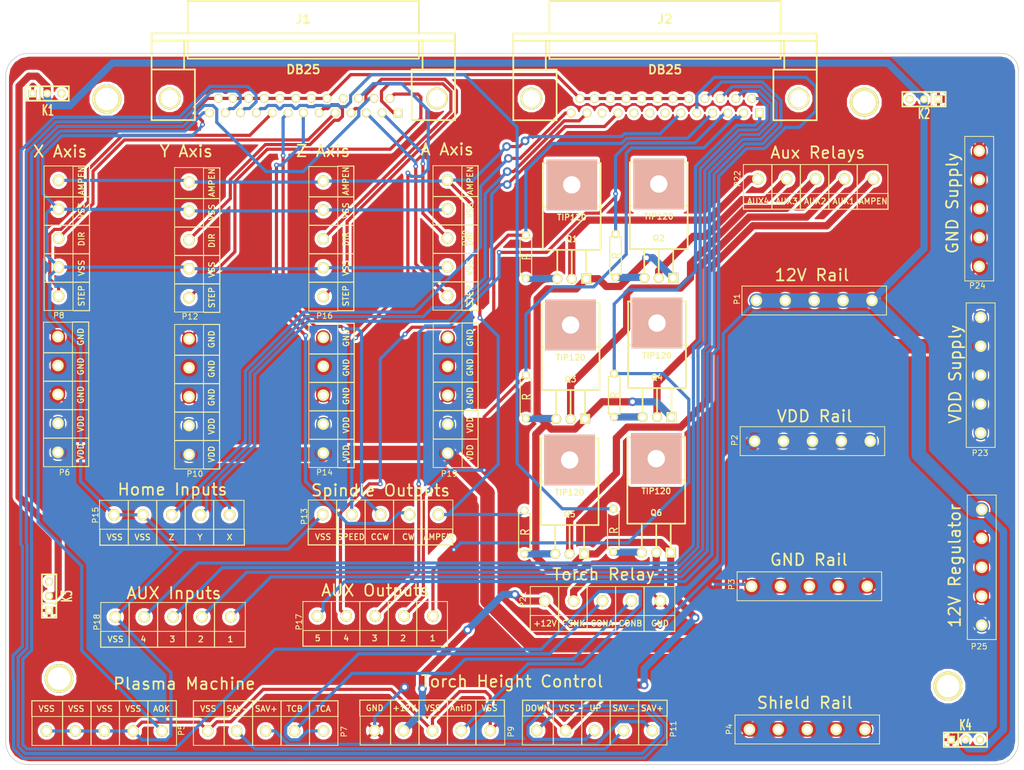
<source format=kicad_pcb>
(kicad_pcb (version 4) (host pcbnew 4.0.4-stable)
  (layers (0 F.Cu signal) (31 B.Cu signal) (34 B.Paste user) (35 F.Paste user) (36 B.SilkS user) (37 F.SilkS user) (38 B.Mask user) (39 F.Mask user) (44 Edge.Cuts user))
  (net 0 "")
  (net 1 /Arc-Ok)
  (net 2 /Torch-Down)
  (net 3 /Torch-Up)
  (net 4 /Torch-On)
  (net 5 /Amp-Enable)
  (net 6 /Spindle-CCW)
  (net 7 /Spindle-CW)
  (net 8 /Y-Dir)
  (net 9 /X-Dir)
  (net 10 /Z-Step)
  (net 11 /A-Step)
  (net 12 /A-Dir)
  (net 13 /Z-Dir)
  (net 14 VSS)
  (net 15 /Spindle-PWM)
  (net 16 /Anti-Drive)
  (net 17 /Y-Step)
  (net 18 /Z-Home)
  (net 19 /Y-Home)
  (net 20 /X-Home)
  (net 21 /AUX_OUT_5)
  (net 22 /AUX_OUT_4)
  (net 23 /AUX_OUT_3)
  (net 24 /AUX_OUT_2)
  (net 25 /AUX_OUT_1)
  (net 26 /AUX_IN_1)
  (net 27 /AUX_IN_2)
  (net 28 /AUX_IN_3)
  (net 29 /AUX_IN_4)
  (net 30 GND)
  (net 31 +12V)
  (net 32 VDD)
  (net 33 /Torch-Contactor_A)
  (net 34 /Torch-Contactor_B)
  (net 35 /Scaled_Arc_Voltage+)
  (net 36 /Scaled_Arc_Voltage-)
  (net 37 /X-Step)
  (net 38 /Torch-Contactor_Driver)
  (net 39 /AUX4-Contactor_Driver)
  (net 40 /AUX3-Contactor_Driver)
  (net 41 /AUX2-Contactor_Driver)
  (net 42 /AUX1-Contactor_Driver)
  (net 43 /Amp-Contactor_Driver)
  (net 44 "Net-(Q1-Pad1)")
  (net 45 "Net-(Q2-Pad1)")
  (net 46 "Net-(Q3-Pad1)")
  (net 47 "Net-(Q4-Pad1)")
  (net 48 "Net-(Q5-Pad1)")
  (net 49 "Net-(Q6-Pad1)")
  (module Xmotion:TO220 (layer F.Cu) (at 247.78208 89.4715 90)
    (fp_text reference Q2 (at 6.985 0 180) (layer F.SilkS) (effects (font (size 1.016 1.016) (thickness 0.2032))))
    (fp_text value TIP120 (at 10.795 0 180) (layer F.SilkS) (effects (font (size 1.016 1.016) (thickness 0.2032))))
    (pad 3 thru_hole rect (at 0 2.54 90) (size 1.778 1.778) (drill 1.143) (layers *.Cu *.Mask F.SilkS) (net 14 VSS))
    (pad 1 thru_hole circle (at 0 -2.54 90) (size 1.778 1.778) (drill 1.143) (layers *.Cu *.Mask F.SilkS) (net 45 "Net-(Q2-Pad1)"))
    (pad 2 thru_hole circle (at 0 0 90) (size 1.778 1.778) (drill 1.143) (layers *.Cu *.Mask F.SilkS) (net 40 /AUX3-Contactor_Driver))
    (pad 4 thru_hole rect (at 16.51 0 90) (size 8.89 8.89) (drill 3.048) (layers *.Cu *.SilkS *.Mask))
  )
  (module connect:DB25MC (layer F.Cu) (at 185.31078 59.18962)
    (fp_text reference J1 (at 0 -15.24) (layer F.SilkS) (effects (font (thickness 0.3048))))
    (fp_text value DB25 (at 0 -6.35) (layer F.SilkS) (effects (font (thickness 0.3048))))
    (pad "" thru_hole circle (at 23.495 -1.27) (size 3.81 3.81) (drill 3.048) (layers *.Cu *.Mask F.SilkS))
    (pad "" thru_hole circle (at -23.495 -1.27) (size 3.81 3.81) (drill 3.048) (layers *.Cu *.Mask F.SilkS))
    (pad 13 thru_hole circle (at -16.51 1.27) (size 1.524 1.524) (drill 1.016) (layers *.Cu *.Mask F.SilkS) (net 1 /Arc-Ok))
    (pad 12 thru_hole circle (at -13.716 1.27) (size 1.524 1.524) (drill 1.016) (layers *.Cu *.Mask F.SilkS) (net 2 /Torch-Down))
    (pad 11 thru_hole circle (at -11.049 1.27) (size 1.524 1.524) (drill 1.016) (layers *.Cu *.Mask F.SilkS) (net 3 /Torch-Up))
    (pad 10 thru_hole circle (at -8.255 1.27) (size 1.524 1.524) (drill 1.016) (layers *.Cu *.Mask F.SilkS) (net 4 /Torch-On))
    (pad 9 thru_hole circle (at -5.461 1.27) (size 1.524 1.524) (drill 1.016) (layers *.Cu *.Mask F.SilkS) (net 37 /X-Step))
    (pad 8 thru_hole circle (at -2.667 1.27) (size 1.524 1.524) (drill 1.016) (layers *.Cu *.Mask F.SilkS) (net 6 /Spindle-CCW))
    (pad 7 thru_hole circle (at 0 1.27) (size 1.524 1.524) (drill 1.016) (layers *.Cu *.Mask F.SilkS) (net 7 /Spindle-CW))
    (pad 6 thru_hole circle (at 2.794 1.27) (size 1.524 1.524) (drill 1.016) (layers *.Cu *.Mask F.SilkS) (net 8 /Y-Dir))
    (pad 5 thru_hole circle (at 5.588 1.27) (size 1.524 1.524) (drill 1.016) (layers *.Cu *.Mask F.SilkS) (net 9 /X-Dir))
    (pad 4 thru_hole circle (at 8.382 1.27) (size 1.524 1.524) (drill 1.016) (layers *.Cu *.Mask F.SilkS) (net 10 /Z-Step))
    (pad 3 thru_hole circle (at 11.049 1.27) (size 1.524 1.524) (drill 1.016) (layers *.Cu *.Mask F.SilkS) (net 11 /A-Step))
    (pad 2 thru_hole circle (at 13.843 1.27) (size 1.524 1.524) (drill 1.016) (layers *.Cu *.Mask F.SilkS) (net 12 /A-Dir))
    (pad 1 thru_hole rect (at 16.637 1.27) (size 1.524 1.524) (drill 1.016) (layers *.Cu *.Mask F.SilkS) (net 13 /Z-Dir))
    (pad 25 thru_hole circle (at -14.9352 -1.27) (size 1.524 1.524) (drill 1.016) (layers *.Cu *.Mask F.SilkS) (net 14 VSS))
    (pad 24 thru_hole circle (at -12.3952 -1.27) (size 1.524 1.524) (drill 1.016) (layers *.Cu *.Mask F.SilkS) (net 14 VSS))
    (pad 23 thru_hole circle (at -9.6012 -1.27) (size 1.524 1.524) (drill 1.016) (layers *.Cu *.Mask F.SilkS) (net 14 VSS))
    (pad 22 thru_hole circle (at -6.858 -1.27) (size 1.524 1.524) (drill 1.016) (layers *.Cu *.Mask F.SilkS) (net 14 VSS))
    (pad 21 thru_hole circle (at -4.1148 -1.27) (size 1.524 1.524) (drill 1.016) (layers *.Cu *.Mask F.SilkS) (net 14 VSS))
    (pad 20 thru_hole circle (at -1.3208 -1.27) (size 1.524 1.524) (drill 1.016) (layers *.Cu *.Mask F.SilkS) (net 14 VSS))
    (pad 19 thru_hole circle (at 1.4224 -1.27) (size 1.524 1.524) (drill 1.016) (layers *.Cu *.Mask F.SilkS) (net 14 VSS))
    (pad 18 thru_hole circle (at 4.1656 -1.27) (size 1.524 1.524) (drill 1.016) (layers *.Cu *.Mask F.SilkS) (net 14 VSS))
    (pad 17 thru_hole circle (at 7.0104 -1.27) (size 1.524 1.524) (drill 1.016) (layers *.Cu *.Mask F.SilkS))
    (pad 16 thru_hole circle (at 9.7028 -1.27) (size 1.524 1.524) (drill 1.016) (layers *.Cu *.Mask F.SilkS) (net 15 /Spindle-PWM))
    (pad 15 thru_hole circle (at 12.446 -1.27) (size 1.524 1.524) (drill 1.016) (layers *.Cu *.Mask F.SilkS) (net 16 /Anti-Drive))
    (pad 14 thru_hole circle (at 15.24 -1.27) (size 1.524 1.524) (drill 1.016) (layers *.Cu *.Mask F.SilkS) (net 17 /Y-Step))
  )
  (module connect:DB25MC (layer F.Cu) (at 248.88698 59.21502)
    (fp_text reference J2 (at 0 -15.24) (layer F.SilkS) (effects (font (thickness 0.3048))))
    (fp_text value DB25 (at 0 -6.35) (layer F.SilkS) (effects (font (thickness 0.3048))))
    (pad "" thru_hole circle (at 23.495 -1.27) (size 3.81 3.81) (drill 3.048) (layers *.Cu *.Mask F.SilkS))
    (pad "" thru_hole circle (at -23.495 -1.27) (size 3.81 3.81) (drill 3.048) (layers *.Cu *.Mask F.SilkS))
    (pad 13 thru_hole circle (at -16.51 1.27) (size 1.524 1.524) (drill 1.016) (layers *.Cu *.Mask F.SilkS) (net 18 /Z-Home))
    (pad 12 thru_hole circle (at -13.716 1.27) (size 1.524 1.524) (drill 1.016) (layers *.Cu *.Mask F.SilkS) (net 19 /Y-Home))
    (pad 11 thru_hole circle (at -11.049 1.27) (size 1.524 1.524) (drill 1.016) (layers *.Cu *.Mask F.SilkS))
    (pad 10 thru_hole circle (at -8.255 1.27) (size 1.524 1.524) (drill 1.016) (layers *.Cu *.Mask F.SilkS) (net 20 /X-Home))
    (pad 9 thru_hole circle (at -5.461 1.27) (size 1.524 1.524) (drill 1.016) (layers *.Cu *.Mask F.SilkS))
    (pad 8 thru_hole circle (at -2.667 1.27) (size 1.524 1.524) (drill 1.016) (layers *.Cu *.Mask F.SilkS))
    (pad 7 thru_hole circle (at 0 1.27) (size 1.524 1.524) (drill 1.016) (layers *.Cu *.Mask F.SilkS))
    (pad 6 thru_hole circle (at 2.794 1.27) (size 1.524 1.524) (drill 1.016) (layers *.Cu *.Mask F.SilkS) (net 5 /Amp-Enable))
    (pad 5 thru_hole circle (at 5.588 1.27) (size 1.524 1.524) (drill 1.016) (layers *.Cu *.Mask F.SilkS) (net 21 /AUX_OUT_5))
    (pad 4 thru_hole circle (at 8.382 1.27) (size 1.524 1.524) (drill 1.016) (layers *.Cu *.Mask F.SilkS) (net 22 /AUX_OUT_4))
    (pad 3 thru_hole circle (at 11.049 1.27) (size 1.524 1.524) (drill 1.016) (layers *.Cu *.Mask F.SilkS) (net 23 /AUX_OUT_3))
    (pad 2 thru_hole circle (at 13.843 1.27) (size 1.524 1.524) (drill 1.016) (layers *.Cu *.Mask F.SilkS) (net 24 /AUX_OUT_2))
    (pad 1 thru_hole rect (at 16.637 1.27) (size 1.524 1.524) (drill 1.016) (layers *.Cu *.Mask F.SilkS) (net 25 /AUX_OUT_1))
    (pad 25 thru_hole circle (at -14.9352 -1.27) (size 1.524 1.524) (drill 1.016) (layers *.Cu *.Mask F.SilkS) (net 14 VSS))
    (pad 24 thru_hole circle (at -12.3952 -1.27) (size 1.524 1.524) (drill 1.016) (layers *.Cu *.Mask F.SilkS) (net 14 VSS))
    (pad 23 thru_hole circle (at -9.6012 -1.27) (size 1.524 1.524) (drill 1.016) (layers *.Cu *.Mask F.SilkS) (net 14 VSS))
    (pad 22 thru_hole circle (at -6.858 -1.27) (size 1.524 1.524) (drill 1.016) (layers *.Cu *.Mask F.SilkS) (net 14 VSS))
    (pad 21 thru_hole circle (at -4.1148 -1.27) (size 1.524 1.524) (drill 1.016) (layers *.Cu *.Mask F.SilkS) (net 14 VSS))
    (pad 20 thru_hole circle (at -1.3208 -1.27) (size 1.524 1.524) (drill 1.016) (layers *.Cu *.Mask F.SilkS) (net 14 VSS))
    (pad 19 thru_hole circle (at 1.4224 -1.27) (size 1.524 1.524) (drill 1.016) (layers *.Cu *.Mask F.SilkS) (net 14 VSS))
    (pad 18 thru_hole circle (at 4.1656 -1.27) (size 1.524 1.524) (drill 1.016) (layers *.Cu *.Mask F.SilkS) (net 14 VSS))
    (pad 17 thru_hole circle (at 7.0104 -1.27) (size 1.524 1.524) (drill 1.016) (layers *.Cu *.Mask F.SilkS) (net 26 /AUX_IN_1))
    (pad 16 thru_hole circle (at 9.7028 -1.27) (size 1.524 1.524) (drill 1.016) (layers *.Cu *.Mask F.SilkS) (net 27 /AUX_IN_2))
    (pad 15 thru_hole circle (at 12.446 -1.27) (size 1.524 1.524) (drill 1.016) (layers *.Cu *.Mask F.SilkS) (net 28 /AUX_IN_3))
    (pad 14 thru_hole circle (at 15.24 -1.27) (size 1.524 1.524) (drill 1.016) (layers *.Cu *.Mask F.SilkS) (net 29 /AUX_IN_4))
  )
  (module connect:SIL-3 (layer F.Cu) (at 140.29 57.06)
    (fp_text reference K1 (at 0.13716 2.9591) (layer F.SilkS) (effects (font (size 1.7907 1.07696) (thickness 0.3048))))
    (fp_text value FAN1 hide)
    (pad 1 thru_hole rect (at -2.54 0) (size 1.397 1.397) (drill 0.8128) (layers *.Cu *.Mask F.SilkS) (net 30 GND))
    (pad 2 thru_hole circle (at 0 0) (size 1.397 1.397) (drill 0.8128) (layers *.Cu *.Mask F.SilkS) (net 31 +12V))
    (pad 3 thru_hole circle (at 2.54 0) (size 1.397 1.397) (drill 0.8128) (layers *.Cu *.Mask F.SilkS))
  )
  (module connect:SIL-3 (layer F.Cu) (at 294.4114 58.05932 180)
    (fp_text reference K2 (at 0 -2.54 180) (layer F.SilkS) (effects (font (size 1.7907 1.07696) (thickness 0.3048))))
    (fp_text value FAN2 hide)
    (pad 1 thru_hole rect (at -2.54 0 180) (size 1.397 1.397) (drill 0.8128) (layers *.Cu *.Mask F.SilkS) (net 30 GND))
    (pad 2 thru_hole circle (at 0 0 180) (size 1.397 1.397) (drill 0.8128) (layers *.Cu *.Mask F.SilkS) (net 31 +12V))
    (pad 3 thru_hole circle (at 2.54 0 180) (size 1.397 1.397) (drill 0.8128) (layers *.Cu *.Mask F.SilkS))
  )
  (module connect:SIL-3 (layer F.Cu) (at 140.64 145.38 90)
    (fp_text reference K3 (at -0.04826 3.11404 90) (layer F.SilkS) (effects (font (size 1.7907 1.07696) (thickness 0.3048))))
    (fp_text value FAN3 hide)
    (pad 1 thru_hole rect (at -2.54 0 90) (size 1.397 1.397) (drill 0.8128) (layers *.Cu *.Mask F.SilkS) (net 30 GND))
    (pad 2 thru_hole circle (at 0 0 90) (size 1.397 1.397) (drill 0.8128) (layers *.Cu *.Mask F.SilkS) (net 31 +12V))
    (pad 3 thru_hole circle (at 2.54 0 90) (size 1.397 1.397) (drill 0.8128) (layers *.Cu *.Mask F.SilkS))
  )
  (module connect:SIL-3 (layer F.Cu) (at 301.69 170.64)
    (fp_text reference K4 (at 0 -2.54) (layer F.SilkS) (effects (font (size 1.7907 1.07696) (thickness 0.3048))))
    (fp_text value FAN4 hide)
    (pad 1 thru_hole rect (at -2.54 0) (size 1.397 1.397) (drill 0.8128) (layers *.Cu *.Mask F.SilkS) (net 30 GND))
    (pad 2 thru_hole circle (at 0 0) (size 1.397 1.397) (drill 0.8128) (layers *.Cu *.Mask F.SilkS) (net 31 +12V))
    (pad 3 thru_hole circle (at 2.54 0) (size 1.397 1.397) (drill 0.8128) (layers *.Cu *.Mask F.SilkS))
  )
  (module Xmotion:PLUGABLE_HEADER (layer F.Cu) (at 275.10958 93.44176)
    (fp_text reference P1 (at -13.56868 -0.25146 90) (layer F.SilkS))
    (fp_text value "+12V RAIL" hide)
    (pad 1 thru_hole circle (at -10.16 0) (size 2.032 2.032) (drill 1.3208) (layers *.Cu *.Mask F.SilkS) (net 31 +12V))
    (pad 2 thru_hole circle (at -5.08 0) (size 2.032 2.032) (drill 1.3208) (layers *.Cu *.Mask F.SilkS) (net 31 +12V))
    (pad 3 thru_hole circle (at 0 0) (size 2.032 2.032) (drill 1.3208) (layers *.Cu *.Mask F.SilkS) (net 31 +12V))
    (pad 4 thru_hole circle (at 5.08 0) (size 2.032 2.032) (drill 1.3208) (layers *.Cu *.Mask F.SilkS) (net 31 +12V))
    (pad 5 thru_hole circle (at 10.16 0) (size 2.032 2.032) (drill 1.3208) (layers *.Cu *.Mask F.SilkS) (net 31 +12V))
  )
  (module Xmotion:PLUGABLE_HEADER (layer F.Cu) (at 274.80032 118.16378)
    (fp_text reference P2 (at -13.6779 -0.1651 90) (layer F.SilkS))
    (fp_text value "VDD RAIL" hide)
    (pad 1 thru_hole circle (at -10.16 0) (size 2.032 2.032) (drill 1.3208) (layers *.Cu *.Mask F.SilkS) (net 32 VDD))
    (pad 2 thru_hole circle (at -5.08 0) (size 2.032 2.032) (drill 1.3208) (layers *.Cu *.Mask F.SilkS) (net 32 VDD))
    (pad 3 thru_hole circle (at 0 0) (size 2.032 2.032) (drill 1.3208) (layers *.Cu *.Mask F.SilkS) (net 32 VDD))
    (pad 4 thru_hole circle (at 5.08 0) (size 2.032 2.032) (drill 1.3208) (layers *.Cu *.Mask F.SilkS) (net 32 VDD))
    (pad 5 thru_hole circle (at 10.16 0) (size 2.032 2.032) (drill 1.3208) (layers *.Cu *.Mask F.SilkS) (net 32 VDD))
  )
  (module Xmotion:PLUGABLE_HEADER (layer F.Cu) (at 274.2648 143.67172)
    (fp_text reference P3 (at -13.67536 -0.33528 90) (layer F.SilkS))
    (fp_text value "GND RAIL" hide)
    (pad 1 thru_hole circle (at -10.16 0) (size 2.032 2.032) (drill 1.3208) (layers *.Cu *.Mask F.SilkS) (net 30 GND))
    (pad 2 thru_hole circle (at -5.08 0) (size 2.032 2.032) (drill 1.3208) (layers *.Cu *.Mask F.SilkS) (net 30 GND))
    (pad 3 thru_hole circle (at 0 0) (size 2.032 2.032) (drill 1.3208) (layers *.Cu *.Mask F.SilkS) (net 30 GND))
    (pad 4 thru_hole circle (at 5.08 0) (size 2.032 2.032) (drill 1.3208) (layers *.Cu *.Mask F.SilkS) (net 30 GND))
    (pad 5 thru_hole circle (at 10.16 0) (size 2.032 2.032) (drill 1.3208) (layers *.Cu *.Mask F.SilkS) (net 30 GND))
  )
  (module Xmotion:PLUGABLE_HEADER (layer F.Cu) (at 273.8889 168.83866)
    (fp_text reference P4 (at -13.71092 -0.04318 90) (layer F.SilkS))
    (fp_text value SHIELD hide)
    (pad 1 thru_hole circle (at -10.16 0) (size 2.032 2.032) (drill 1.3208) (layers *.Cu *.Mask F.SilkS) (net 30 GND))
    (pad 2 thru_hole circle (at -5.08 0) (size 2.032 2.032) (drill 1.3208) (layers *.Cu *.Mask F.SilkS) (net 30 GND))
    (pad 3 thru_hole circle (at 0 0) (size 2.032 2.032) (drill 1.3208) (layers *.Cu *.Mask F.SilkS) (net 30 GND))
    (pad 4 thru_hole circle (at 5.08 0) (size 2.032 2.032) (drill 1.3208) (layers *.Cu *.Mask F.SilkS) (net 30 GND))
    (pad 5 thru_hole circle (at 10.16 0) (size 2.032 2.032) (drill 1.3208) (layers *.Cu *.Mask F.SilkS) (net 30 GND))
  )
  (module Xmotion:PLUGABLE_HEADER (layer F.Cu) (at 150.329 169.10254 180)
    (fp_text reference P5 (at -13.561 0.14254 270) (layer F.SilkS))
    (fp_text value TORCH hide)
    (pad 1 thru_hole circle (at -10.16 0 180) (size 2.032 2.032) (drill 1.3208) (layers *.Cu *.Mask F.SilkS) (net 1 /Arc-Ok))
    (pad 2 thru_hole circle (at -5.08 0 180) (size 2.032 2.032) (drill 1.3208) (layers *.Cu *.Mask F.SilkS) (net 14 VSS))
    (pad 3 thru_hole circle (at 0 0 180) (size 2.032 2.032) (drill 1.3208) (layers *.Cu *.Mask F.SilkS) (net 14 VSS))
    (pad 4 thru_hole circle (at 5.08 0 180) (size 2.032 2.032) (drill 1.3208) (layers *.Cu *.Mask F.SilkS) (net 14 VSS))
    (pad 5 thru_hole circle (at 10.16 0 180) (size 2.032 2.032) (drill 1.3208) (layers *.Cu *.Mask F.SilkS) (net 14 VSS))
  )
  (module Xmotion:PLUGABLE_HEADER (layer F.Cu) (at 142.18788 109.95286 270)
    (fp_text reference P6 (at 13.70714 -1.15212 360) (layer F.SilkS))
    (fp_text value X-Drive hide)
    (pad 1 thru_hole circle (at -10.16 0 270) (size 2.032 2.032) (drill 1.3208) (layers *.Cu *.Mask F.SilkS) (net 30 GND))
    (pad 2 thru_hole circle (at -5.08 0 270) (size 2.032 2.032) (drill 1.3208) (layers *.Cu *.Mask F.SilkS) (net 30 GND))
    (pad 3 thru_hole circle (at 0 0 270) (size 2.032 2.032) (drill 1.3208) (layers *.Cu *.Mask F.SilkS) (net 30 GND))
    (pad 4 thru_hole circle (at 5.08 0 270) (size 2.032 2.032) (drill 1.3208) (layers *.Cu *.Mask F.SilkS) (net 32 VDD))
    (pad 5 thru_hole circle (at 10.16 0 270) (size 2.032 2.032) (drill 1.3208) (layers *.Cu *.Mask F.SilkS) (net 32 VDD))
  )
  (module Xmotion:PLUGABLE_HEADER (layer F.Cu) (at 178.6881 169.08984 180)
    (fp_text reference P7 (at -13.7819 -0.14016 270) (layer F.SilkS))
    (fp_text value TORCH hide)
    (pad 1 thru_hole circle (at -10.16 0 180) (size 2.032 2.032) (drill 1.3208) (layers *.Cu *.Mask F.SilkS) (net 33 /Torch-Contactor_A))
    (pad 2 thru_hole circle (at -5.08 0 180) (size 2.032 2.032) (drill 1.3208) (layers *.Cu *.Mask F.SilkS) (net 34 /Torch-Contactor_B))
    (pad 3 thru_hole circle (at 0 0 180) (size 2.032 2.032) (drill 1.3208) (layers *.Cu *.Mask F.SilkS) (net 35 /Scaled_Arc_Voltage+))
    (pad 4 thru_hole circle (at 5.08 0 180) (size 2.032 2.032) (drill 1.3208) (layers *.Cu *.Mask F.SilkS) (net 36 /Scaled_Arc_Voltage-))
    (pad 5 thru_hole circle (at 10.16 0 180) (size 2.032 2.032) (drill 1.3208) (layers *.Cu *.Mask F.SilkS) (net 14 VSS))
  )
  (module Xmotion:PLUGABLE_HEADER (layer F.Cu) (at 142.2971 82.48784 270)
    (fp_text reference P8 (at 13.58216 -0.0429 360) (layer F.SilkS))
    (fp_text value X-Drive hide)
    (pad 1 thru_hole circle (at -10.16 0 270) (size 2.032 2.032) (drill 1.3208) (layers *.Cu *.Mask F.SilkS) (net 5 /Amp-Enable))
    (pad 2 thru_hole circle (at -5.08 0 270) (size 2.032 2.032) (drill 1.3208) (layers *.Cu *.Mask F.SilkS) (net 14 VSS))
    (pad 3 thru_hole circle (at 0 0 270) (size 2.032 2.032) (drill 1.3208) (layers *.Cu *.Mask F.SilkS) (net 9 /X-Dir))
    (pad 4 thru_hole circle (at 5.08 0 270) (size 2.032 2.032) (drill 1.3208) (layers *.Cu *.Mask F.SilkS) (net 14 VSS))
    (pad 5 thru_hole circle (at 10.16 0 270) (size 2.032 2.032) (drill 1.3208) (layers *.Cu *.Mask F.SilkS) (net 37 /X-Step))
  )
  (module Xmotion:PLUGABLE_HEADER (layer F.Cu) (at 208.01144 169.03364 180)
    (fp_text reference P9 (at -13.79856 -0.19636 270) (layer F.SilkS))
    (fp_text value THC hide)
    (pad 1 thru_hole circle (at -10.16 0 180) (size 2.032 2.032) (drill 1.3208) (layers *.Cu *.Mask F.SilkS) (net 14 VSS))
    (pad 2 thru_hole circle (at -5.08 0 180) (size 2.032 2.032) (drill 1.3208) (layers *.Cu *.Mask F.SilkS) (net 16 /Anti-Drive))
    (pad 3 thru_hole circle (at 0 0 180) (size 2.032 2.032) (drill 1.3208) (layers *.Cu *.Mask F.SilkS) (net 14 VSS))
    (pad 4 thru_hole circle (at 5.08 0 180) (size 2.032 2.032) (drill 1.3208) (layers *.Cu *.Mask F.SilkS) (net 31 +12V))
    (pad 5 thru_hole circle (at 10.16 0 180) (size 2.032 2.032) (drill 1.3208) (layers *.Cu *.Mask F.SilkS) (net 30 GND))
  )
  (module Xmotion:PLUGABLE_HEADER (layer F.Cu) (at 165.22822 110.34368 270)
    (fp_text reference P10 (at 13.55632 -1.02178 360) (layer F.SilkS))
    (fp_text value Y-Drive hide)
    (pad 1 thru_hole circle (at -10.16 0 270) (size 2.032 2.032) (drill 1.3208) (layers *.Cu *.Mask F.SilkS) (net 30 GND))
    (pad 2 thru_hole circle (at -5.08 0 270) (size 2.032 2.032) (drill 1.3208) (layers *.Cu *.Mask F.SilkS) (net 30 GND))
    (pad 3 thru_hole circle (at 0 0 270) (size 2.032 2.032) (drill 1.3208) (layers *.Cu *.Mask F.SilkS) (net 30 GND))
    (pad 4 thru_hole circle (at 5.08 0 270) (size 2.032 2.032) (drill 1.3208) (layers *.Cu *.Mask F.SilkS) (net 32 VDD))
    (pad 5 thru_hole circle (at 10.16 0 270) (size 2.032 2.032) (drill 1.3208) (layers *.Cu *.Mask F.SilkS) (net 32 VDD))
  )
  (module Xmotion:PLUGABLE_HEADER (layer F.Cu) (at 236.51278 169.0184 180)
    (fp_text reference P11 (at -13.82722 0.2684 270) (layer F.SilkS))
    (fp_text value THC hide)
    (pad 1 thru_hole circle (at -10.16 0 180) (size 2.032 2.032) (drill 1.3208) (layers *.Cu *.Mask F.SilkS) (net 35 /Scaled_Arc_Voltage+))
    (pad 2 thru_hole circle (at -5.08 0 180) (size 2.032 2.032) (drill 1.3208) (layers *.Cu *.Mask F.SilkS) (net 36 /Scaled_Arc_Voltage-))
    (pad 3 thru_hole circle (at 0 0 180) (size 2.032 2.032) (drill 1.3208) (layers *.Cu *.Mask F.SilkS) (net 3 /Torch-Up))
    (pad 4 thru_hole circle (at 5.08 0 180) (size 2.032 2.032) (drill 1.3208) (layers *.Cu *.Mask F.SilkS) (net 14 VSS))
    (pad 5 thru_hole circle (at 10.16 0 180) (size 2.032 2.032) (drill 1.3208) (layers *.Cu *.Mask F.SilkS) (net 2 /Torch-Down))
  )
  (module Xmotion:PLUGABLE_HEADER (layer F.Cu) (at 165.22822 82.77706 270)
    (fp_text reference P12 (at 13.48294 -0.16178 360) (layer F.SilkS))
    (fp_text value Y-Drive hide)
    (pad 1 thru_hole circle (at -10.16 0 270) (size 2.032 2.032) (drill 1.3208) (layers *.Cu *.Mask F.SilkS) (net 5 /Amp-Enable))
    (pad 2 thru_hole circle (at -5.08 0 270) (size 2.032 2.032) (drill 1.3208) (layers *.Cu *.Mask F.SilkS) (net 14 VSS))
    (pad 3 thru_hole circle (at 0 0 270) (size 2.032 2.032) (drill 1.3208) (layers *.Cu *.Mask F.SilkS) (net 8 /Y-Dir))
    (pad 4 thru_hole circle (at 5.08 0 270) (size 2.032 2.032) (drill 1.3208) (layers *.Cu *.Mask F.SilkS) (net 14 VSS))
    (pad 5 thru_hole circle (at 10.16 0 270) (size 2.032 2.032) (drill 1.3208) (layers *.Cu *.Mask F.SilkS) (net 17 /Y-Step))
  )
  (module Xmotion:PLUGABLE_HEADER (layer F.Cu) (at 198.89328 131.05828 180)
    (fp_text reference P13 (at 13.41828 -0.34172 270) (layer F.SilkS))
    (fp_text value SPINDLE hide)
    (pad 1 thru_hole circle (at -10.16 0 180) (size 2.032 2.032) (drill 1.3208) (layers *.Cu *.Mask F.SilkS) (net 5 /Amp-Enable))
    (pad 2 thru_hole circle (at -5.08 0 180) (size 2.032 2.032) (drill 1.3208) (layers *.Cu *.Mask F.SilkS) (net 7 /Spindle-CW))
    (pad 3 thru_hole circle (at 0 0 180) (size 2.032 2.032) (drill 1.3208) (layers *.Cu *.Mask F.SilkS) (net 6 /Spindle-CCW))
    (pad 4 thru_hole circle (at 5.08 0 180) (size 2.032 2.032) (drill 1.3208) (layers *.Cu *.Mask F.SilkS) (net 15 /Spindle-PWM))
    (pad 5 thru_hole circle (at 10.16 0 180) (size 2.032 2.032) (drill 1.3208) (layers *.Cu *.Mask F.SilkS) (net 14 VSS))
  )
  (module Xmotion:PLUGABLE_HEADER (layer F.Cu) (at 188.825 110.0856 270)
    (fp_text reference P14 (at 13.5644 -0.215 360) (layer F.SilkS))
    (fp_text value Z-Drive hide)
    (pad 1 thru_hole circle (at -10.16 0 270) (size 2.032 2.032) (drill 1.3208) (layers *.Cu *.Mask F.SilkS) (net 30 GND))
    (pad 2 thru_hole circle (at -5.08 0 270) (size 2.032 2.032) (drill 1.3208) (layers *.Cu *.Mask F.SilkS) (net 30 GND))
    (pad 3 thru_hole circle (at 0 0 270) (size 2.032 2.032) (drill 1.3208) (layers *.Cu *.Mask F.SilkS) (net 30 GND))
    (pad 4 thru_hole circle (at 5.08 0 270) (size 2.032 2.032) (drill 1.3208) (layers *.Cu *.Mask F.SilkS) (net 32 VDD))
    (pad 5 thru_hole circle (at 10.16 0 270) (size 2.032 2.032) (drill 1.3208) (layers *.Cu *.Mask F.SilkS) (net 32 VDD))
  )
  (module Xmotion:PLUGABLE_HEADER (layer F.Cu) (at 162.19152 131.10164 180)
    (fp_text reference P15 (at 13.41652 -0.07336 270) (layer F.SilkS))
    (fp_text value HOME hide)
    (pad 1 thru_hole circle (at -10.16 0 180) (size 2.032 2.032) (drill 1.3208) (layers *.Cu *.Mask F.SilkS) (net 20 /X-Home))
    (pad 2 thru_hole circle (at -5.08 0 180) (size 2.032 2.032) (drill 1.3208) (layers *.Cu *.Mask F.SilkS) (net 19 /Y-Home))
    (pad 3 thru_hole circle (at 0 0 180) (size 2.032 2.032) (drill 1.3208) (layers *.Cu *.Mask F.SilkS) (net 18 /Z-Home))
    (pad 4 thru_hole circle (at 5.08 0 180) (size 2.032 2.032) (drill 1.3208) (layers *.Cu *.Mask F.SilkS) (net 14 VSS))
    (pad 5 thru_hole circle (at 10.16 0 180) (size 2.032 2.032) (drill 1.3208) (layers *.Cu *.Mask F.SilkS) (net 14 VSS))
  )
  (module Xmotion:PLUGABLE_HEADER (layer F.Cu) (at 188.825 82.59772 270)
    (fp_text reference P16 (at 13.53228 -0.225 360) (layer F.SilkS))
    (fp_text value Z-Drive hide)
    (pad 1 thru_hole circle (at -10.16 0 270) (size 2.032 2.032) (drill 1.3208) (layers *.Cu *.Mask F.SilkS) (net 5 /Amp-Enable))
    (pad 2 thru_hole circle (at -5.08 0 270) (size 2.032 2.032) (drill 1.3208) (layers *.Cu *.Mask F.SilkS) (net 14 VSS))
    (pad 3 thru_hole circle (at 0 0 270) (size 2.032 2.032) (drill 1.3208) (layers *.Cu *.Mask F.SilkS) (net 13 /Z-Dir))
    (pad 4 thru_hole circle (at 5.08 0 270) (size 2.032 2.032) (drill 1.3208) (layers *.Cu *.Mask F.SilkS) (net 14 VSS))
    (pad 5 thru_hole circle (at 10.16 0 270) (size 2.032 2.032) (drill 1.3208) (layers *.Cu *.Mask F.SilkS) (net 10 /Z-Step))
  )
  (module Xmotion:PLUGABLE_HEADER (layer F.Cu) (at 197.93848 148.8986 180)
    (fp_text reference P17 (at 13.38848 -1.0514 270) (layer F.SilkS))
    (fp_text value AUX_OUT hide)
    (pad 1 thru_hole circle (at -10.16 0 180) (size 2.032 2.032) (drill 1.3208) (layers *.Cu *.Mask F.SilkS) (net 25 /AUX_OUT_1))
    (pad 2 thru_hole circle (at -5.08 0 180) (size 2.032 2.032) (drill 1.3208) (layers *.Cu *.Mask F.SilkS) (net 24 /AUX_OUT_2))
    (pad 3 thru_hole circle (at 0 0 180) (size 2.032 2.032) (drill 1.3208) (layers *.Cu *.Mask F.SilkS) (net 23 /AUX_OUT_3))
    (pad 4 thru_hole circle (at 5.08 0 180) (size 2.032 2.032) (drill 1.3208) (layers *.Cu *.Mask F.SilkS) (net 22 /AUX_OUT_4))
    (pad 5 thru_hole circle (at 10.16 0 180) (size 2.032 2.032) (drill 1.3208) (layers *.Cu *.Mask F.SilkS) (net 21 /AUX_OUT_5))
  )
  (module Xmotion:PLUGABLE_HEADER (layer F.Cu) (at 162.41324 149.05272 180)
    (fp_text reference P18 (at 13.38824 -0.92228 270) (layer F.SilkS))
    (fp_text value AUX_IN hide)
    (pad 1 thru_hole circle (at -10.16 0 180) (size 2.032 2.032) (drill 1.3208) (layers *.Cu *.Mask F.SilkS) (net 26 /AUX_IN_1))
    (pad 2 thru_hole circle (at -5.08 0 180) (size 2.032 2.032) (drill 1.3208) (layers *.Cu *.Mask F.SilkS) (net 27 /AUX_IN_2))
    (pad 3 thru_hole circle (at 0 0 180) (size 2.032 2.032) (drill 1.3208) (layers *.Cu *.Mask F.SilkS) (net 28 /AUX_IN_3))
    (pad 4 thru_hole circle (at 5.08 0 180) (size 2.032 2.032) (drill 1.3208) (layers *.Cu *.Mask F.SilkS) (net 29 /AUX_IN_4))
    (pad 5 thru_hole circle (at 10.16 0 180) (size 2.032 2.032) (drill 1.3208) (layers *.Cu *.Mask F.SilkS) (net 14 VSS))
  )
  (module Xmotion:PLUGABLE_HEADER (layer F.Cu) (at 210.69032 110.10864 270)
    (fp_text reference P19 (at 13.77136 -0.25968 360) (layer F.SilkS))
    (fp_text value A-Drive hide)
    (pad 1 thru_hole circle (at -10.16 0 270) (size 2.032 2.032) (drill 1.3208) (layers *.Cu *.Mask F.SilkS) (net 30 GND))
    (pad 2 thru_hole circle (at -5.08 0 270) (size 2.032 2.032) (drill 1.3208) (layers *.Cu *.Mask F.SilkS) (net 30 GND))
    (pad 3 thru_hole circle (at 0 0 270) (size 2.032 2.032) (drill 1.3208) (layers *.Cu *.Mask F.SilkS) (net 30 GND))
    (pad 4 thru_hole circle (at 5.08 0 270) (size 2.032 2.032) (drill 1.3208) (layers *.Cu *.Mask F.SilkS) (net 32 VDD))
    (pad 5 thru_hole circle (at 10.16 0 270) (size 2.032 2.032) (drill 1.3208) (layers *.Cu *.Mask F.SilkS) (net 32 VDD))
  )
  (module Xmotion:PLUGABLE_HEADER (layer F.Cu) (at 210.64714 82.44296 270)
    (fp_text reference P20 (at 0.025 -3.2 270) (layer F.SilkS))
    (fp_text value A-Drive hide)
    (pad 1 thru_hole circle (at -10.16 0 270) (size 2.032 2.032) (drill 1.3208) (layers *.Cu *.Mask F.SilkS) (net 5 /Amp-Enable))
    (pad 2 thru_hole circle (at -5.08 0 270) (size 2.032 2.032) (drill 1.3208) (layers *.Cu *.Mask F.SilkS) (net 14 VSS))
    (pad 3 thru_hole circle (at 0 0 270) (size 2.032 2.032) (drill 1.3208) (layers *.Cu *.Mask F.SilkS) (net 12 /A-Dir))
    (pad 4 thru_hole circle (at 5.08 0 270) (size 2.032 2.032) (drill 1.3208) (layers *.Cu *.Mask F.SilkS) (net 14 VSS))
    (pad 5 thru_hole circle (at 10.16 0 270) (size 2.032 2.032) (drill 1.3208) (layers *.Cu *.Mask F.SilkS) (net 11 /A-Step))
  )
  (module Xmotion:PLUGABLE_HEADER (layer F.Cu) (at 237.90442 146.25892)
    (fp_text reference P21 (at -13.99286 -0.28448 90) (layer F.SilkS))
    (fp_text value "TORCH RELAY" hide)
    (pad 1 thru_hole circle (at -10.16 0) (size 2.032 2.032) (drill 1.3208) (layers *.Cu *.Mask F.SilkS) (net 31 +12V))
    (pad 2 thru_hole circle (at -5.08 0) (size 2.032 2.032) (drill 1.3208) (layers *.Cu *.Mask F.SilkS) (net 38 /Torch-Contactor_Driver))
    (pad 3 thru_hole circle (at 0 0) (size 2.032 2.032) (drill 1.3208) (layers *.Cu *.Mask F.SilkS) (net 33 /Torch-Contactor_A))
    (pad 4 thru_hole circle (at 5.08 0) (size 2.032 2.032) (drill 1.3208) (layers *.Cu *.Mask F.SilkS) (net 34 /Torch-Contactor_B))
    (pad 5 thru_hole circle (at 10.16 0) (size 2.032 2.032) (drill 1.3208) (layers *.Cu *.Mask F.SilkS) (net 30 GND))
  )
  (module Xmotion:PLUGABLE_HEADER (layer F.Cu) (at 275.35922 72.0884)
    (fp_text reference P22 (at -13.74902 -0.04064 90) (layer F.SilkS))
    (fp_text value RELAYS hide)
    (pad 1 thru_hole circle (at -10.16 0) (size 2.032 2.032) (drill 1.3208) (layers *.Cu *.Mask F.SilkS) (net 39 /AUX4-Contactor_Driver))
    (pad 2 thru_hole circle (at -5.08 0) (size 2.032 2.032) (drill 1.3208) (layers *.Cu *.Mask F.SilkS) (net 40 /AUX3-Contactor_Driver))
    (pad 3 thru_hole circle (at 0 0) (size 2.032 2.032) (drill 1.3208) (layers *.Cu *.Mask F.SilkS) (net 41 /AUX2-Contactor_Driver))
    (pad 4 thru_hole circle (at 5.08 0) (size 2.032 2.032) (drill 1.3208) (layers *.Cu *.Mask F.SilkS) (net 42 /AUX1-Contactor_Driver))
    (pad 5 thru_hole circle (at 10.16 0) (size 2.032 2.032) (drill 1.3208) (layers *.Cu *.Mask F.SilkS) (net 43 /Amp-Contactor_Driver))
  )
  (module Xmotion:PLUGABLE_HEADER (layer F.Cu) (at 304.37074 106.55808 90)
    (fp_text reference P23 (at -13.68552 -0.10414 180) (layer F.SilkS))
    (fp_text value 36+ hide)
    (pad 1 thru_hole circle (at -10.16 0 90) (size 2.032 2.032) (drill 1.3208) (layers *.Cu *.Mask F.SilkS) (net 32 VDD))
    (pad 2 thru_hole circle (at -5.08 0 90) (size 2.032 2.032) (drill 1.3208) (layers *.Cu *.Mask F.SilkS) (net 32 VDD))
    (pad 3 thru_hole circle (at 0 0 90) (size 2.032 2.032) (drill 1.3208) (layers *.Cu *.Mask F.SilkS) (net 32 VDD))
    (pad 4 thru_hole circle (at 5.08 0 90) (size 2.032 2.032) (drill 1.3208) (layers *.Cu *.Mask F.SilkS) (net 32 VDD))
    (pad 5 thru_hole circle (at 10.16 0 90) (size 2.032 2.032) (drill 1.3208) (layers *.Cu *.Mask F.SilkS) (net 32 VDD))
  )
  (module Xmotion:PLUGABLE_HEADER (layer F.Cu) (at 304.1142 77.29728 90)
    (fp_text reference P24 (at -13.53312 -0.32512 180) (layer F.SilkS))
    (fp_text value 36- hide)
    (pad 1 thru_hole circle (at -10.16 0 90) (size 2.032 2.032) (drill 1.3208) (layers *.Cu *.Mask F.SilkS) (net 30 GND))
    (pad 2 thru_hole circle (at -5.08 0 90) (size 2.032 2.032) (drill 1.3208) (layers *.Cu *.Mask F.SilkS) (net 30 GND))
    (pad 3 thru_hole circle (at 0 0 90) (size 2.032 2.032) (drill 1.3208) (layers *.Cu *.Mask F.SilkS) (net 30 GND))
    (pad 4 thru_hole circle (at 5.08 0 90) (size 2.032 2.032) (drill 1.3208) (layers *.Cu *.Mask F.SilkS) (net 30 GND))
    (pad 5 thru_hole circle (at 10.16 0 90) (size 2.032 2.032) (drill 1.3208) (layers *.Cu *.Mask F.SilkS) (net 30 GND))
  )
  (module Xmotion:PLUGABLE_HEADER (layer F.Cu) (at 304.55574 140.3358 90)
    (fp_text reference P25 (at -13.92174 -0.4572 180) (layer F.SilkS))
    (fp_text value 12V_DCDC hide)
    (pad 1 thru_hole circle (at -10.16 0 90) (size 2.032 2.032) (drill 1.3208) (layers *.Cu *.Mask F.SilkS) (net 32 VDD))
    (pad 2 thru_hole circle (at -5.08 0 90) (size 2.032 2.032) (drill 1.3208) (layers *.Cu *.Mask F.SilkS) (net 30 GND))
    (pad 3 thru_hole circle (at 0 0 90) (size 2.032 2.032) (drill 1.3208) (layers *.Cu *.Mask F.SilkS) (net 30 GND))
    (pad 4 thru_hole circle (at 5.08 0 90) (size 2.032 2.032) (drill 1.3208) (layers *.Cu *.Mask F.SilkS) (net 30 GND))
    (pad 5 thru_hole circle (at 10.16 0 90) (size 2.032 2.032) (drill 1.3208) (layers *.Cu *.Mask F.SilkS) (net 31 +12V))
  )
  (module discret:R3 (layer F.Cu) (at 224.42678 85.76818 90)
    (fp_text reference R1 hide)
    (fp_text value R (at 0 0.127 90) (layer F.SilkS) (effects (font (size 1.397 1.27) (thickness 0.2032))))
    (pad 1 thru_hole circle (at -3.81 0 90) (size 1.397 1.397) (drill 0.8128) (layers *.Cu *.Mask F.SilkS) (net 44 "Net-(Q1-Pad1)"))
    (pad 2 thru_hole circle (at 3.81 0 90) (size 1.397 1.397) (drill 0.8128) (layers *.Cu *.Mask F.SilkS) (net 22 /AUX_OUT_4))
  )
  (module discret:R3 (layer F.Cu) (at 240.19764 85.57514 90)
    (fp_text reference R2 hide)
    (fp_text value R (at 0 0.127 90) (layer F.SilkS) (effects (font (size 1.397 1.27) (thickness 0.2032))))
    (pad 1 thru_hole circle (at -3.81 0 90) (size 1.397 1.397) (drill 0.8128) (layers *.Cu *.Mask F.SilkS) (net 45 "Net-(Q2-Pad1)"))
    (pad 2 thru_hole circle (at 3.81 0 90) (size 1.397 1.397) (drill 0.8128) (layers *.Cu *.Mask F.SilkS) (net 23 /AUX_OUT_3))
  )
  (module discret:R3 (layer F.Cu) (at 224.43948 110.37062 90)
    (fp_text reference R3 hide)
    (fp_text value R (at 0 0.127 90) (layer F.SilkS) (effects (font (size 1.397 1.27) (thickness 0.2032))))
    (pad 1 thru_hole circle (at -3.81 0 90) (size 1.397 1.397) (drill 0.8128) (layers *.Cu *.Mask F.SilkS) (net 46 "Net-(Q3-Pad1)"))
    (pad 2 thru_hole circle (at 3.81 0 90) (size 1.397 1.397) (drill 0.8128) (layers *.Cu *.Mask F.SilkS) (net 24 /AUX_OUT_2))
  )
  (module discret:R3 (layer F.Cu) (at 239.96396 110.09376 90)
    (fp_text reference R4 hide)
    (fp_text value R (at 0 0.127 90) (layer F.SilkS) (effects (font (size 1.397 1.27) (thickness 0.2032))))
    (pad 1 thru_hole circle (at -3.81 0 90) (size 1.397 1.397) (drill 0.8128) (layers *.Cu *.Mask F.SilkS) (net 47 "Net-(Q4-Pad1)"))
    (pad 2 thru_hole circle (at 3.81 0 90) (size 1.397 1.397) (drill 0.8128) (layers *.Cu *.Mask F.SilkS) (net 25 /AUX_OUT_1))
  )
  (module discret:R3 (layer F.Cu) (at 224.17024 134.15264 90)
    (fp_text reference R5 hide)
    (fp_text value R (at 0 0.127 90) (layer F.SilkS) (effects (font (size 1.397 1.27) (thickness 0.2032))))
    (pad 1 thru_hole circle (at -3.81 0 90) (size 1.397 1.397) (drill 0.8128) (layers *.Cu *.Mask F.SilkS) (net 48 "Net-(Q5-Pad1)"))
    (pad 2 thru_hole circle (at 3.81 0 90) (size 1.397 1.397) (drill 0.8128) (layers *.Cu *.Mask F.SilkS) (net 5 /Amp-Enable))
  )
  (module discret:R3 (layer F.Cu) (at 239.79378 133.85292 90)
    (fp_text reference R6 hide)
    (fp_text value R (at 0 0.127 90) (layer F.SilkS) (effects (font (size 1.397 1.27) (thickness 0.2032))))
    (pad 1 thru_hole circle (at -3.81 0 90) (size 1.397 1.397) (drill 0.8128) (layers *.Cu *.Mask F.SilkS) (net 49 "Net-(Q6-Pad1)"))
    (pad 2 thru_hole circle (at 3.81 0 90) (size 1.397 1.397) (drill 0.8128) (layers *.Cu *.Mask F.SilkS) (net 4 /Torch-On))
  )
  (module Xmotion:TO220 (layer F.Cu) (at 232.49382 89.61882 90)
    (fp_text reference Q1 (at 6.985 0 180) (layer F.SilkS) (effects (font (size 1.016 1.016) (thickness 0.2032))))
    (fp_text value TIP120 (at 10.795 0 180) (layer F.SilkS) (effects (font (size 1.016 1.016) (thickness 0.2032))))
    (pad 3 thru_hole rect (at 0 2.54 90) (size 1.778 1.778) (drill 1.143) (layers *.Cu *.Mask F.SilkS) (net 14 VSS))
    (pad 1 thru_hole circle (at 0 -2.54 90) (size 1.778 1.778) (drill 1.143) (layers *.Cu *.Mask F.SilkS) (net 44 "Net-(Q1-Pad1)"))
    (pad 2 thru_hole circle (at 0 0 90) (size 1.778 1.778) (drill 1.143) (layers *.Cu *.Mask F.SilkS) (net 39 /AUX4-Contactor_Driver))
    (pad 4 thru_hole rect (at 16.51 0 90) (size 8.89 8.89) (drill 3.048) (layers *.Cu *.SilkS *.Mask))
  )
  (module Xmotion:TO220 (layer F.Cu) (at 232.29316 114.25936 90)
    (fp_text reference Q3 (at 6.985 0 180) (layer F.SilkS) (effects (font (size 1.016 1.016) (thickness 0.2032))))
    (fp_text value TIP120 (at 10.795 0 180) (layer F.SilkS) (effects (font (size 1.016 1.016) (thickness 0.2032))))
    (pad 3 thru_hole rect (at 0 2.54 90) (size 1.778 1.778) (drill 1.143) (layers *.Cu *.Mask F.SilkS) (net 14 VSS))
    (pad 1 thru_hole circle (at 0 -2.54 90) (size 1.778 1.778) (drill 1.143) (layers *.Cu *.Mask F.SilkS) (net 46 "Net-(Q3-Pad1)"))
    (pad 2 thru_hole circle (at 0 0 90) (size 1.778 1.778) (drill 1.143) (layers *.Cu *.Mask F.SilkS) (net 41 /AUX2-Contactor_Driver))
    (pad 4 thru_hole rect (at 16.51 0 90) (size 8.89 8.89) (drill 3.048) (layers *.Cu *.SilkS *.Mask))
  )
  (module Xmotion:TO220 (layer F.Cu) (at 247.48236 113.919 90)
    (fp_text reference Q4 (at 6.985 0 180) (layer F.SilkS) (effects (font (size 1.016 1.016) (thickness 0.2032))))
    (fp_text value TIP120 (at 10.795 0 180) (layer F.SilkS) (effects (font (size 1.016 1.016) (thickness 0.2032))))
    (pad 3 thru_hole rect (at 0 2.54 90) (size 1.778 1.778) (drill 1.143) (layers *.Cu *.Mask F.SilkS) (net 14 VSS))
    (pad 1 thru_hole circle (at 0 -2.54 90) (size 1.778 1.778) (drill 1.143) (layers *.Cu *.Mask F.SilkS) (net 47 "Net-(Q4-Pad1)"))
    (pad 2 thru_hole circle (at 0 0 90) (size 1.778 1.778) (drill 1.143) (layers *.Cu *.Mask F.SilkS) (net 42 /AUX1-Contactor_Driver))
    (pad 4 thru_hole rect (at 16.51 0 90) (size 8.89 8.89) (drill 3.048) (layers *.Cu *.SilkS *.Mask))
  )
  (module Xmotion:TO220 (layer F.Cu) (at 232.12552 137.9855 90)
    (fp_text reference Q5 (at 6.985 0 180) (layer F.SilkS) (effects (font (size 1.016 1.016) (thickness 0.2032))))
    (fp_text value TIP120 (at 10.795 0 180) (layer F.SilkS) (effects (font (size 1.016 1.016) (thickness 0.2032))))
    (pad 3 thru_hole rect (at 0 2.54 90) (size 1.778 1.778) (drill 1.143) (layers *.Cu *.Mask F.SilkS) (net 14 VSS))
    (pad 1 thru_hole circle (at 0 -2.54 90) (size 1.778 1.778) (drill 1.143) (layers *.Cu *.Mask F.SilkS) (net 48 "Net-(Q5-Pad1)"))
    (pad 2 thru_hole circle (at 0 0 90) (size 1.778 1.778) (drill 1.143) (layers *.Cu *.Mask F.SilkS) (net 43 /Amp-Contactor_Driver))
    (pad 4 thru_hole rect (at 16.51 0 90) (size 8.89 8.89) (drill 3.048) (layers *.Cu *.SilkS *.Mask))
  )
  (module Xmotion:TO220 (layer F.Cu) (at 247.34774 137.7442 90)
    (fp_text reference Q6 (at 6.985 0 180) (layer F.SilkS) (effects (font (size 1.016 1.016) (thickness 0.2032))))
    (fp_text value TIP120 (at 10.795 0 180) (layer F.SilkS) (effects (font (size 1.016 1.016) (thickness 0.2032))))
    (pad 3 thru_hole rect (at 0 2.54 90) (size 1.778 1.778) (drill 1.143) (layers *.Cu *.Mask F.SilkS) (net 14 VSS))
    (pad 1 thru_hole circle (at 0 -2.54 90) (size 1.778 1.778) (drill 1.143) (layers *.Cu *.Mask F.SilkS) (net 49 "Net-(Q6-Pad1)"))
    (pad 2 thru_hole circle (at 0 0 90) (size 1.778 1.778) (drill 1.143) (layers *.Cu *.Mask F.SilkS) (net 38 /Torch-Contactor_Driver))
    (pad 4 thru_hole rect (at 16.51 0 90) (size 8.89 8.89) (drill 3.048) (layers *.Cu *.SilkS *.Mask))
  )
  (module Xmotion:BOLT_HOLE (layer F.Cu) (at 150.77948 58.02884)
    (fp_text reference P100 hide)
    (fp_text value CONN_1 hide)
    (pad 1 thru_hole circle (at 0 0) (size 5.08 5.08) (drill 3.96875) (layers *.Cu *.Mask F.SilkS))
  )
  (module Xmotion:BOLT_HOLE (layer F.Cu) (at 283.91612 58.59526)
    (fp_text reference P200 hide)
    (fp_text value CONN_1 hide)
    (pad 1 thru_hole circle (at 0 0) (size 5.08 5.08) (drill 3.96875) (layers *.Cu *.Mask F.SilkS))
  )
  (module Xmotion:BOLT_HOLE (layer F.Cu) (at 142.38 159.87)
    (fp_text reference P300 hide)
    (fp_text value CONN_1 hide)
    (pad 1 thru_hole circle (at 0 0) (size 5.08 5.08) (drill 3.96875) (layers *.Cu *.Mask F.SilkS))
  )
  (module Xmotion:BOLT_HOLE (layer F.Cu) (at 298.6405 161.21634)
    (fp_text reference P400 hide)
    (fp_text value CONN_1 hide)
    (pad 1 thru_hole circle (at 0 0) (size 5.08 5.08) (drill 3.96875) (layers *.Cu *.Mask F.SilkS))
  )
  (gr_line (start 213.22 97.395) (end 216.02 97.395) (layer F.SilkS) (width 0.2))
  (gr_text GND (at 214.62 99.995 90) (layer F.SilkS) (effects (font (size 1.016 1.016) (thickness 0.1905))))
  (gr_line (start 208.22 102.795) (end 216.02 102.795) (layer F.SilkS) (width 0.2))
  (gr_text GND (at 214.62 105.195 90) (layer F.SilkS) (effects (font (size 1.016 1.016) (thickness 0.1905))))
  (gr_line (start 216.02 107.795) (end 208.22 107.795) (layer F.SilkS) (width 0.2))
  (gr_text GND (at 214.62 110.195 90) (layer F.SilkS) (effects (font (size 1.016 1.016) (thickness 0.1905))))
  (gr_line (start 216.02 112.795) (end 208.22 112.795) (layer F.SilkS) (width 0.2))
  (gr_text VDD (at 214.62 115.29 90) (layer F.SilkS) (effects (font (size 1.016 1.016) (thickness 0.1905))))
  (gr_line (start 216.02 117.795) (end 208.22 117.795) (layer F.SilkS) (width 0.2))
  (gr_text VDD (at 214.62 120.195 90) (layer F.SilkS) (effects (font (size 1.016 1.016) (thickness 0.1905))))
  (gr_line (start 216.02 97.395) (end 216.02 122.795) (layer F.SilkS) (width 0.2))
  (gr_line (start 216.02 122.795) (end 213.22 122.795) (layer F.SilkS) (width 0.2))
  (gr_line (start 191.45 97.435) (end 194.25 97.435) (layer F.SilkS) (width 0.2))
  (gr_text GND (at 192.85 100.035 90) (layer F.SilkS) (effects (font (size 1.016 1.016) (thickness 0.1905))))
  (gr_line (start 186.45 102.835) (end 194.25 102.835) (layer F.SilkS) (width 0.2))
  (gr_text GND (at 192.85 105.235 90) (layer F.SilkS) (effects (font (size 1.016 1.016) (thickness 0.1905))))
  (gr_line (start 194.25 107.835) (end 186.45 107.835) (layer F.SilkS) (width 0.2))
  (gr_text GND (at 192.85 110.235 90) (layer F.SilkS) (effects (font (size 1.016 1.016) (thickness 0.1905))))
  (gr_line (start 194.25 112.835) (end 186.45 112.835) (layer F.SilkS) (width 0.2))
  (gr_text VDD (at 192.85 115.33 90) (layer F.SilkS) (effects (font (size 1.016 1.016) (thickness 0.1905))))
  (gr_line (start 194.25 117.835) (end 186.45 117.835) (layer F.SilkS) (width 0.2))
  (gr_text VDD (at 192.85 120.235 90) (layer F.SilkS) (effects (font (size 1.016 1.016) (thickness 0.1905))))
  (gr_line (start 194.25 97.435) (end 194.25 122.835) (layer F.SilkS) (width 0.2))
  (gr_line (start 194.25 122.835) (end 191.45 122.835) (layer F.SilkS) (width 0.2))
  (gr_line (start 170.59 123.055) (end 167.79 123.055) (layer F.SilkS) (width 0.2))
  (gr_text VDD (at 169.19 120.455 90) (layer F.SilkS) (effects (font (size 1.016 1.016) (thickness 0.1905))))
  (gr_line (start 170.59 118.055) (end 162.79 118.055) (layer F.SilkS) (width 0.2))
  (gr_text VDD (at 169.19 115.55 90) (layer F.SilkS) (effects (font (size 1.016 1.016) (thickness 0.1905))))
  (gr_line (start 170.59 113.055) (end 162.79 113.055) (layer F.SilkS) (width 0.2))
  (gr_text GND (at 169.19 110.455 90) (layer F.SilkS) (effects (font (size 1.016 1.016) (thickness 0.1905))))
  (gr_line (start 170.59 108.055) (end 162.79 108.055) (layer F.SilkS) (width 0.2))
  (gr_text GND (at 169.19 105.455 90) (layer F.SilkS) (effects (font (size 1.016 1.016) (thickness 0.1905))))
  (gr_line (start 162.79 103.055) (end 170.59 103.055) (layer F.SilkS) (width 0.2))
  (gr_text GND (at 169.19 100.255 90) (layer F.SilkS) (effects (font (size 1.016 1.016) (thickness 0.1905))))
  (gr_line (start 170.59 97.655) (end 170.59 123.055) (layer F.SilkS) (width 0.2))
  (gr_line (start 167.79 97.655) (end 170.59 97.655) (layer F.SilkS) (width 0.2))
  (gr_line (start 147.59 122.625) (end 144.79 122.625) (layer F.SilkS) (width 0.2))
  (gr_text VDD (at 146.19 120.025 90) (layer F.SilkS) (effects (font (size 1.016 1.016) (thickness 0.1905))))
  (gr_line (start 147.59 117.625) (end 139.79 117.625) (layer F.SilkS) (width 0.2))
  (gr_text VDD (at 146.19 115.12 90) (layer F.SilkS) (effects (font (size 1.016 1.016) (thickness 0.1905))))
  (gr_line (start 147.59 112.625) (end 139.79 112.625) (layer F.SilkS) (width 0.2))
  (gr_text GND (at 146.19 110.025 90) (layer F.SilkS) (effects (font (size 1.016 1.016) (thickness 0.1905))))
  (gr_line (start 147.59 107.625) (end 139.79 107.625) (layer F.SilkS) (width 0.2))
  (gr_text GND (at 146.19 105.025 90) (layer F.SilkS) (effects (font (size 1.016 1.016) (thickness 0.1905))))
  (gr_line (start 139.79 102.625) (end 147.59 102.625) (layer F.SilkS) (width 0.2))
  (gr_text GND (at 146.19 99.825 90) (layer F.SilkS) (effects (font (size 1.016 1.016) (thickness 0.1905))))
  (gr_line (start 147.59 97.225) (end 147.59 122.625) (layer F.SilkS) (width 0.2))
  (gr_line (start 144.79 97.225) (end 147.59 97.225) (layer F.SilkS) (width 0.2))
  (gr_line (start 216.02 95.165) (end 213.22 95.165) (layer F.SilkS) (width 0.2))
  (gr_text STEP (at 214.62 92.565 90) (layer F.SilkS) (effects (font (size 1.016 1.016) (thickness 0.1905))))
  (gr_line (start 216.02 90.165) (end 208.22 90.165) (layer F.SilkS) (width 0.2))
  (gr_text VSS (at 214.62 87.66 90) (layer F.SilkS) (effects (font (size 1.016 1.016) (thickness 0.1905))))
  (gr_line (start 216.02 85.165) (end 208.22 85.165) (layer F.SilkS) (width 0.2))
  (gr_text DIR (at 214.62 82.565 90) (layer F.SilkS) (effects (font (size 1.016 1.016) (thickness 0.1905))))
  (gr_line (start 216.02 80.165) (end 208.22 80.165) (layer F.SilkS) (width 0.2))
  (gr_text VSS (at 214.62 77.565 90) (layer F.SilkS) (effects (font (size 1.016 1.016) (thickness 0.1905))))
  (gr_line (start 208.22 75.165) (end 216.02 75.165) (layer F.SilkS) (width 0.2))
  (gr_text AMPEN (at 214.62 72.365 90) (layer F.SilkS) (effects (font (size 1.016 1.016) (thickness 0.1905))))
  (gr_line (start 216.02 69.765) (end 216.02 95.165) (layer F.SilkS) (width 0.2))
  (gr_line (start 213.22 69.765) (end 216.02 69.765) (layer F.SilkS) (width 0.2))
  (gr_line (start 186.39 75.225) (end 194.19 75.225) (layer F.SilkS) (width 0.2))
  (gr_line (start 194.19 80.225) (end 186.39 80.225) (layer F.SilkS) (width 0.2))
  (gr_line (start 194.19 85.225) (end 186.39 85.225) (layer F.SilkS) (width 0.2))
  (gr_line (start 194.19 90.225) (end 186.39 90.225) (layer F.SilkS) (width 0.2))
  (gr_line (start 194.19 95.225) (end 191.39 95.225) (layer F.SilkS) (width 0.2))
  (gr_text STEP (at 192.79 92.625 90) (layer F.SilkS) (effects (font (size 1.016 1.016) (thickness 0.1905))))
  (gr_text VSS (at 192.79 87.72 90) (layer F.SilkS) (effects (font (size 1.016 1.016) (thickness 0.1905))))
  (gr_text DIR (at 192.79 82.625 90) (layer F.SilkS) (effects (font (size 1.016 1.016) (thickness 0.1905))))
  (gr_text VSS (at 192.79 77.625 90) (layer F.SilkS) (effects (font (size 1.016 1.016) (thickness 0.1905))))
  (gr_text AMPEN (at 192.79 72.425 90) (layer F.SilkS) (effects (font (size 1.016 1.016) (thickness 0.1905))))
  (gr_line (start 194.19 69.825) (end 194.19 95.225) (layer F.SilkS) (width 0.2))
  (gr_line (start 191.39 69.825) (end 194.19 69.825) (layer F.SilkS) (width 0.2))
  (gr_line (start 167.83 70.125) (end 170.63 70.125) (layer F.SilkS) (width 0.2))
  (gr_text AMPEN (at 169.23 72.725 90) (layer F.SilkS) (effects (font (size 1.016 1.016) (thickness 0.1905))))
  (gr_line (start 162.83 75.525) (end 170.63 75.525) (layer F.SilkS) (width 0.2))
  (gr_text VSS (at 169.23 77.925 90) (layer F.SilkS) (effects (font (size 1.016 1.016) (thickness 0.1905))))
  (gr_line (start 170.63 80.525) (end 162.83 80.525) (layer F.SilkS) (width 0.2))
  (gr_text DIR (at 169.23 82.925 90) (layer F.SilkS) (effects (font (size 1.016 1.016) (thickness 0.1905))))
  (gr_line (start 170.63 85.525) (end 162.83 85.525) (layer F.SilkS) (width 0.2))
  (gr_text VSS (at 169.23 88.02 90) (layer F.SilkS) (effects (font (size 1.016 1.016) (thickness 0.1905))))
  (gr_line (start 170.63 90.525) (end 162.83 90.525) (layer F.SilkS) (width 0.2))
  (gr_text STEP (at 169.23 92.925 90) (layer F.SilkS) (effects (font (size 1.016 1.016) (thickness 0.1905))))
  (gr_line (start 170.63 70.125) (end 170.63 95.525) (layer F.SilkS) (width 0.2))
  (gr_line (start 170.63 95.525) (end 167.83 95.525) (layer F.SilkS) (width 0.2))
  (gr_text STEP (at 146.33 92.625 90) (layer F.SilkS) (effects (font (size 1.016 1.016) (thickness 0.1905))))
  (gr_text VSS (at 146.33 87.72 90) (layer F.SilkS) (effects (font (size 1.016 1.016) (thickness 0.1905))))
  (gr_text DIR (at 146.33 82.625 90) (layer F.SilkS) (effects (font (size 1.016 1.016) (thickness 0.1905))))
  (gr_text VSS (at 146.33 77.625 90) (layer F.SilkS) (effects (font (size 1.016 1.016) (thickness 0.1905))))
  (gr_text AMPEN (at 146.33 72.425 90) (layer F.SilkS) (effects (font (size 1.016 1.016) (thickness 0.1905))))
  (gr_line (start 147.73 69.825) (end 147.73 95.225) (layer F.SilkS) (width 0.2))
  (gr_line (start 144.93 69.825) (end 147.73 69.825) (layer F.SilkS) (width 0.2))
  (gr_line (start 139.93 75.225) (end 147.73 75.225) (layer F.SilkS) (width 0.2))
  (gr_line (start 147.73 80.225) (end 139.93 80.225) (layer F.SilkS) (width 0.2))
  (gr_line (start 147.73 85.225) (end 139.93 85.225) (layer F.SilkS) (width 0.2))
  (gr_line (start 147.73 90.225) (end 139.93 90.225) (layer F.SilkS) (width 0.2))
  (gr_line (start 147.73 95.225) (end 144.93 95.225) (layer F.SilkS) (width 0.2))
  (gr_line (start 175.1 154.375) (end 149.7 154.375) (layer F.SilkS) (width 0.2))
  (gr_line (start 154.7 154.375) (end 154.7 146.575) (layer F.SilkS) (width 0.2))
  (gr_line (start 159.7 154.375) (end 159.7 146.575) (layer F.SilkS) (width 0.2))
  (gr_line (start 164.7 154.375) (end 164.7 146.575) (layer F.SilkS) (width 0.2))
  (gr_line (start 169.7 146.575) (end 169.7 154.375) (layer F.SilkS) (width 0.2))
  (gr_line (start 175.1 151.575) (end 175.1 154.375) (layer F.SilkS) (width 0.2))
  (gr_text 1 (at 172.5 152.975) (layer F.SilkS) (effects (font (size 1.016 1.016) (thickness 0.1905))))
  (gr_text 2 (at 167.3 152.975) (layer F.SilkS) (effects (font (size 1.016 1.016) (thickness 0.1905))))
  (gr_text 3 (at 162.3 152.975) (layer F.SilkS) (effects (font (size 1.016 1.016) (thickness 0.1905))))
  (gr_text 4 (at 157.2 152.975) (layer F.SilkS) (effects (font (size 1.016 1.016) (thickness 0.1905))))
  (gr_text VSS (at 152.3 152.975) (layer F.SilkS) (effects (font (size 1.016 1.016) (thickness 0.1905))))
  (gr_line (start 149.7 154.375) (end 149.7 151.575) (layer F.SilkS) (width 0.2))
  (gr_line (start 174.95 136.45) (end 149.55 136.45) (layer F.SilkS) (width 0.2))
  (gr_line (start 174.95 133.65) (end 174.95 136.45) (layer F.SilkS) (width 0.2))
  (gr_text X (at 172.35 135.05) (layer F.SilkS) (effects (font (size 1.016 1.016) (thickness 0.1905))))
  (gr_line (start 169.55 128.65) (end 169.55 136.45) (layer F.SilkS) (width 0.2))
  (gr_text Y (at 167.15 135.05) (layer F.SilkS) (effects (font (size 1.016 1.016) (thickness 0.1905))))
  (gr_line (start 164.55 136.45) (end 164.55 128.65) (layer F.SilkS) (width 0.2))
  (gr_text Z (at 162.15 135.05) (layer F.SilkS) (effects (font (size 1.016 1.016) (thickness 0.1905))))
  (gr_line (start 159.55 136.45) (end 159.55 128.65) (layer F.SilkS) (width 0.2))
  (gr_text VSS (at 157.05 135.05) (layer F.SilkS) (effects (font (size 1.016 1.016) (thickness 0.1905))))
  (gr_line (start 154.55 136.45) (end 154.55 128.65) (layer F.SilkS) (width 0.2))
  (gr_text VSS (at 152.15 135.05) (layer F.SilkS) (effects (font (size 1.016 1.016) (thickness 0.1905))))
  (gr_line (start 149.55 136.45) (end 149.55 133.65) (layer F.SilkS) (width 0.2))
  (gr_line (start 211.575 133.6) (end 211.575 136.4) (layer F.SilkS) (width 0.2))
  (gr_text AMPEN (at 208.975 135) (layer F.SilkS) (effects (font (size 1.016 1.016) (thickness 0.1905))))
  (gr_line (start 206.175 128.6) (end 206.175 136.4) (layer F.SilkS) (width 0.2))
  (gr_text CW (at 203.775 135) (layer F.SilkS) (effects (font (size 1.016 1.016) (thickness 0.1905))))
  (gr_line (start 201.175 136.4) (end 201.175 128.6) (layer F.SilkS) (width 0.2))
  (gr_text CCW (at 198.775 135) (layer F.SilkS) (effects (font (size 1.016 1.016) (thickness 0.1905))))
  (gr_line (start 196.175 136.4) (end 196.175 128.6) (layer F.SilkS) (width 0.2))
  (gr_text SPEED (at 193.68 135) (layer F.SilkS) (effects (font (size 1.016 1.016) (thickness 0.1905))))
  (gr_line (start 191.175 136.4) (end 191.175 128.6) (layer F.SilkS) (width 0.2))
  (gr_line (start 211.575 136.4) (end 186.175 136.4) (layer F.SilkS) (width 0.2))
  (gr_text VSS (at 188.775 135) (layer F.SilkS) (effects (font (size 1.016 1.016) (thickness 0.1905))))
  (gr_line (start 186.175 136.4) (end 186.175 133.6) (layer F.SilkS) (width 0.2))
  (gr_line (start 288.075 74.6) (end 288.075 77.4) (layer F.SilkS) (width 0.2))
  (gr_text AMPEN (at 285.475 76) (layer F.SilkS) (effects (font (size 1.016 1.016) (thickness 0.1905))))
  (gr_line (start 282.675 69.6) (end 282.675 77.4) (layer F.SilkS) (width 0.2))
  (gr_text AUX1 (at 280.275 76) (layer F.SilkS) (effects (font (size 1.016 1.016) (thickness 0.1905))))
  (gr_line (start 277.675 77.4) (end 277.675 69.6) (layer F.SilkS) (width 0.2))
  (gr_text AUX2 (at 275.275 76) (layer F.SilkS) (effects (font (size 1.016 1.016) (thickness 0.1905))))
  (gr_line (start 272.675 77.4) (end 272.675 69.6) (layer F.SilkS) (width 0.2))
  (gr_text AUX3 (at 270.275 76) (layer F.SilkS) (effects (font (size 1.016 1.016) (thickness 0.1905))))
  (gr_line (start 267.675 77.4) (end 267.675 69.6) (layer F.SilkS) (width 0.2))
  (gr_text AUX4 (at 265.275 76) (layer F.SilkS) (effects (font (size 1.016 1.016) (thickness 0.1905))))
  (gr_line (start 288.075 77.4) (end 262.675 77.4) (layer F.SilkS) (width 0.2))
  (gr_line (start 262.675 77.4) (end 262.675 74.6) (layer F.SilkS) (width 0.2))
  (gr_line (start 190.25 154.2) (end 190.25 146.4) (layer F.SilkS) (width 0.2))
  (gr_line (start 195.25 154.2) (end 195.25 146.4) (layer F.SilkS) (width 0.2))
  (gr_line (start 200.25 154.2) (end 200.25 146.4) (layer F.SilkS) (width 0.2))
  (gr_line (start 205.25 146.4) (end 205.25 154.2) (layer F.SilkS) (width 0.2))
  (gr_line (start 210.65 151.4) (end 210.65 154.2) (layer F.SilkS) (width 0.2))
  (gr_line (start 210.65 154.2) (end 185.25 154.2) (layer F.SilkS) (width 0.2))
  (gr_text 1 (at 208.05 152.8) (layer F.SilkS) (effects (font (size 1.016 1.016) (thickness 0.1905))))
  (gr_text 2 (at 202.85 152.8) (layer F.SilkS) (effects (font (size 1.016 1.016) (thickness 0.1905))))
  (gr_text 3 (at 197.85 152.8) (layer F.SilkS) (effects (font (size 1.016 1.016) (thickness 0.1905))))
  (gr_text 4 (at 192.85 152.8) (layer F.SilkS) (effects (font (size 1.016 1.016) (thickness 0.1905))))
  (gr_text 5 (at 187.85 152.8) (layer F.SilkS) (effects (font (size 1.016 1.016) (thickness 0.1905))))
  (gr_line (start 185.25 154.2) (end 185.25 151.4) (layer F.SilkS) (width 0.2))
  (gr_line (start 240.2 151.6) (end 240.2 143.8) (layer F.SilkS) (width 0.2))
  (gr_line (start 235.2 151.6) (end 235.2 143.8) (layer F.SilkS) (width 0.2))
  (gr_line (start 225.2 151.6) (end 225.2 148.8) (layer F.SilkS) (width 0.2))
  (gr_line (start 230.2 151.6) (end 230.2 143.8) (layer F.SilkS) (width 0.2))
  (gr_text +12V (at 227.8 150.2) (layer F.SilkS) (effects (font (size 1.016 1.016) (thickness 0.1905))))
  (gr_text CSNK (at 232.8 150.2) (layer F.SilkS) (effects (font (size 1.016 1.016) (thickness 0.1905))))
  (gr_text CONA (at 237.8 150.2) (layer F.SilkS) (effects (font (size 1.016 1.016) (thickness 0.1905))))
  (gr_text CONB (at 242.8 150.2) (layer F.SilkS) (effects (font (size 1.016 1.016) (thickness 0.1905))))
  (gr_text GND (at 248 150.2) (layer F.SilkS) (effects (font (size 1.016 1.016) (thickness 0.1905))))
  (gr_line (start 250.6 148.8) (end 250.6 151.6) (layer F.SilkS) (width 0.2))
  (gr_line (start 245.2 143.8) (end 245.2 151.6) (layer F.SilkS) (width 0.2))
  (gr_line (start 250.6 151.6) (end 225.2 151.6) (layer F.SilkS) (width 0.2))
  (gr_line (start 223.85 166.5) (end 223.85 163.7) (layer F.SilkS) (width 0.2))
  (gr_line (start 229.25 171.5) (end 229.25 163.7) (layer F.SilkS) (width 0.2))
  (gr_line (start 234.25 163.7) (end 234.25 171.5) (layer F.SilkS) (width 0.2))
  (gr_line (start 239.25 163.7) (end 239.25 171.5) (layer F.SilkS) (width 0.2))
  (gr_line (start 244.25 163.7) (end 244.25 171.5) (layer F.SilkS) (width 0.2))
  (gr_line (start 249.25 163.7) (end 249.25 166.5) (layer F.SilkS) (width 0.2))
  (gr_text SAV+ (at 246.65 165.1) (layer F.SilkS) (effects (font (size 1.016 1.016) (thickness 0.1905))))
  (gr_line (start 223.85 163.7) (end 249.25 163.7) (layer F.SilkS) (width 0.2))
  (gr_text VSS (at 231.65 165.1) (layer F.SilkS) (effects (font (size 1.016 1.016) (thickness 0.1905))))
  (gr_text DOWN (at 226.45 165.1) (layer F.SilkS) (effects (font (size 1.016 1.016) (thickness 0.1905))))
  (gr_text SAV- (at 241.65 165.1) (layer F.SilkS) (effects (font (size 1.016 1.016) (thickness 0.1905))))
  (gr_text UP (at 236.65 165.1) (layer F.SilkS) (effects (font (size 1.016 1.016) (thickness 0.1905))))
  (gr_line (start 215.65 163.675) (end 215.65 171.475) (layer F.SilkS) (width 0.2))
  (gr_line (start 210.65 163.675) (end 210.65 171.475) (layer F.SilkS) (width 0.2))
  (gr_line (start 205.65 163.675) (end 205.65 171.475) (layer F.SilkS) (width 0.2))
  (gr_line (start 200.65 171.475) (end 200.65 163.675) (layer F.SilkS) (width 0.2))
  (gr_text VSS (at 218.05 165.075) (layer F.SilkS) (effects (font (size 1.016 1.016) (thickness 0.1905))))
  (gr_line (start 220.65 163.675) (end 220.65 166.475) (layer F.SilkS) (width 0.2))
  (gr_line (start 195.25 166.475) (end 195.25 163.675) (layer F.SilkS) (width 0.2))
  (gr_text VSS (at 208.05 165.075) (layer F.SilkS) (effects (font (size 1.016 1.016) (thickness 0.1905))))
  (gr_line (start 195.25 163.675) (end 220.65 163.675) (layer F.SilkS) (width 0.2))
  (gr_text +12V (at 203.05 165.075) (layer F.SilkS) (effects (font (size 1.016 1.016) (thickness 0.1905))))
  (gr_text AntiD (at 213.05 165.075) (layer F.SilkS) (effects (font (size 1.016 1.016) (thickness 0.1905))))
  (gr_text GND (at 197.85 165.075) (layer F.SilkS) (effects (font (size 1.016 1.016) (thickness 0.1905))))
  (gr_line (start 166 166.6) (end 166 163.8) (layer F.SilkS) (width 0.2))
  (gr_line (start 171.4 171.6) (end 171.4 163.8) (layer F.SilkS) (width 0.2))
  (gr_line (start 176.4 163.8) (end 176.4 171.6) (layer F.SilkS) (width 0.2))
  (gr_line (start 181.4 163.8) (end 181.4 171.6) (layer F.SilkS) (width 0.2))
  (gr_line (start 186.4 163.8) (end 186.4 171.6) (layer F.SilkS) (width 0.2))
  (gr_line (start 191.4 163.8) (end 191.4 166.6) (layer F.SilkS) (width 0.2))
  (gr_text SAV- (at 173.8 165.2) (layer F.SilkS) (effects (font (size 1.016 1.016) (thickness 0.1905))))
  (gr_text VSS (at 168.6 165.2) (layer F.SilkS) (effects (font (size 1.016 1.016) (thickness 0.1905))))
  (gr_line (start 166 163.8) (end 191.4 163.8) (layer F.SilkS) (width 0.2))
  (gr_text TCA (at 188.8 165.2) (layer F.SilkS) (effects (font (size 1.016 1.016) (thickness 0.1905))))
  (gr_text TCB (at 183.8 165.2) (layer F.SilkS) (effects (font (size 1.016 1.016) (thickness 0.1905))))
  (gr_text SAV+ (at 178.8 165.2) (layer F.SilkS) (effects (font (size 1.016 1.016) (thickness 0.1905))))
  (gr_text AOK (at 160.4 165.2) (layer F.SilkS) (effects (font (size 1.016 1.016) (thickness 0.1905))))
  (gr_text VSS (at 155.4 165.2) (layer F.SilkS) (effects (font (size 1.016 1.016) (thickness 0.1905))))
  (gr_text VSS (at 150.4 165.2) (layer F.SilkS) (effects (font (size 1.016 1.016) (thickness 0.1905))))
  (gr_text VSS (at 145.4 165.2) (layer F.SilkS) (effects (font (size 1.016 1.016) (thickness 0.1905))))
  (gr_text VSS (at 140.2 165.2) (layer F.SilkS) (effects (font (size 1.016 1.016) (thickness 0.1905))))
  (gr_line (start 158 163.8) (end 158 171.6) (layer F.SilkS) (width 0.2))
  (gr_line (start 153 163.8) (end 153 171.6) (layer F.SilkS) (width 0.2))
  (gr_line (start 148 163.8) (end 148 171.6) (layer F.SilkS) (width 0.2))
  (gr_line (start 143 171.6) (end 143 163.8) (layer F.SilkS) (width 0.2))
  (gr_line (start 163 163.8) (end 163 166.6) (layer F.SilkS) (width 0.2))
  (gr_line (start 137.6 163.8) (end 163 163.8) (layer F.SilkS) (width 0.2))
  (gr_line (start 137.6 166.6) (end 137.6 163.8) (layer F.SilkS) (width 0.2))
  (gr_text "Torch Height Control" (at 222 160.4) (layer F.SilkS) (effects (font (size 2.032 2.032) (thickness 0.3))))
  (gr_arc (start 308 53) (end 308 50) (angle 90) (layer Edge.Cuts) (width 0.15))
  (gr_arc (start 307 171) (end 311 171) (angle 90) (layer Edge.Cuts) (width 0.15))
  (gr_arc (start 137 171) (end 137 175) (angle 90) (layer Edge.Cuts) (width 0.15))
  (gr_arc (start 137 54) (end 133 54) (angle 90) (layer Edge.Cuts) (width 0.15))
  (gr_line (start 133 171) (end 133 54) (layer Edge.Cuts) (width 0.15))
  (gr_line (start 307 175) (end 137 175) (layer Edge.Cuts) (width 0.15))
  (gr_line (start 311 53) (end 311 171) (layer Edge.Cuts) (width 0.15))
  (gr_line (start 137 50) (end 308 50) (layer Edge.Cuts) (width 0.15))
  (gr_text "AUX Outputs" (at 197.95 144.4) (layer F.SilkS) (effects (font (size 2.032 2.032) (thickness 0.3))))
  (gr_text "Home Inputs" (at 162.30328 126.65918) (layer F.SilkS) (effects (font (size 2.032 2.032) (thickness 0.3))))
  (gr_text "Spindle Outputs" (at 198.89328 126.82156) (layer F.SilkS) (effects (font (size 2.032 2.032) (thickness 0.3))))
  (gr_text "AUX Inputs" (at 162.56818 144.88458) (layer F.SilkS) (effects (font (size 2.032 2.032) (thickness 0.3))))
  (gr_text "Shield Rail" (at 273.46726 164.15236) (layer F.SilkS) (effects (font (size 2.032 2.032) (thickness 0.3))))
  (gr_text "GND Rail" (at 274.17336 139.0159) (layer F.SilkS) (effects (font (size 2.032 2.032) (thickness 0.3))))
  (gr_text "VDD Rail" (at 275.18132 113.78482) (layer F.SilkS) (effects (font (size 2.032 2.032) (thickness 0.3))))
  (gr_text "VDD Supply" (at 299.88764 106.37774 90) (layer F.SilkS) (effects (font (size 2.032 2.032) (thickness 0.3))))
  (gr_text "GND Supply" (at 299.39742 76.327 90) (layer F.SilkS) (effects (font (size 2.032 2.032) (thickness 0.3))))
  (gr_text "12V Rail" (at 274.7108 88.97644) (layer F.SilkS) (effects (font (size 2.032 2.032) (thickness 0.3))))
  (gr_text "12V Regulator" (at 299.80848 140.0691 90) (layer F.SilkS) (effects (font (size 2.032 2.032) (thickness 0.3))))
  (gr_text "Aux Relays" (at 275.7326 67.45036) (layer F.SilkS) (effects (font (size 2.032 2.032) (thickness 0.3))))
  (gr_text "Torch Relay" (at 238.09492 141.57516) (layer F.SilkS) (effects (font (size 2.032 2.032) (thickness 0.3))))
  (gr_text "Plasma Machine" (at 164.4 160.8) (layer F.SilkS) (effects (font (size 2.032 2.032) (thickness 0.3))))
  (gr_text "A Axis" (at 210.58858 66.88996) (layer F.SilkS) (effects (font (size 2.032 2.032) (thickness 0.3))))
  (gr_text "Z Axis" (at 188.77928 67.16722) (layer F.SilkS) (effects (font (size 2.032 2.032) (thickness 0.3))))
  (gr_text "Y Axis" (at 164.73292 67.21448) (layer F.SilkS) (effects (font (size 2.032 2.032) (thickness 0.3))))
  (gr_text "X Axis" (at 142.56634 67.25546) (layer F.SilkS) (effects (font (size 2.032 2.032) (thickness 0.3))))
  (segment (start 168.80078 60.45962) (end 167.72315 60.45962) (width 0.5588) (layer B.Cu) (net 1))
  (segment (start 164.52277 63.66) (end 142.52 63.66) (width 0.5588) (layer B.Cu) (net 1))
  (segment (start 167.72315 60.45962) (end 164.52277 63.66) (width 0.5588) (layer B.Cu) (net 1))
  (segment (start 142.52 63.66) (end 138.69 67.49) (width 0.5588) (layer B.Cu) (net 1))
  (segment (start 146.37 154.98354) (end 160.489 169.10254) (width 0.5588) (layer B.Cu) (net 1))
  (segment (start 138.69 67.49) (end 138.69 132.41) (width 0.5588) (layer B.Cu) (net 1))
  (segment (start 138.69 132.41) (end 146.37 140.09) (width 0.5588) (layer B.Cu) (net 1))
  (segment (start 146.37 140.09) (end 146.37 154.98354) (width 0.5588) (layer B.Cu) (net 1))
  (segment (start 245.460303 165.512811) (end 229.858369 165.512811) (width 0.5588) (layer B.Cu) (net 2))
  (segment (start 135.202811 156.099067) (end 135.202811 171.862295) (width 0.5588) (layer B.Cu) (net 2))
  (segment (start 135.202811 171.862295) (end 136.407705 173.067189) (width 0.5588) (layer B.Cu) (net 2))
  (segment (start 136.75281 154.549068) (end 135.202811 156.099067) (width 0.5588) (layer B.Cu) (net 2))
  (segment (start 163.849419 62.034381) (end 141.846649 62.034381) (width 0.5588) (layer B.Cu) (net 2))
  (segment (start 173.537374 56.62422) (end 169.25958 56.62422) (width 0.5588) (layer B.Cu) (net 2))
  (segment (start 248.222181 169.762111) (end 248.222181 168.274689) (width 0.5588) (layer B.Cu) (net 2))
  (segment (start 182.014358 173.077672) (end 185.521846 173.077672) (width 0.5588) (layer B.Cu) (net 2))
  (segment (start 136.63 136.170512) (end 136.752811 136.293323) (width 0.5588) (layer B.Cu) (net 2))
  (segment (start 185.532329 173.067189) (end 244.917103 173.067189) (width 0.5588) (layer B.Cu) (net 2))
  (segment (start 136.407705 173.067189) (end 182.003876 173.06719) (width 0.5588) (layer B.Cu) (net 2))
  (segment (start 136.752811 136.293323) (end 136.75281 154.549068) (width 0.5588) (layer B.Cu) (net 2))
  (segment (start 169.25958 56.62422) (end 163.849419 62.034381) (width 0.5588) (layer B.Cu) (net 2))
  (segment (start 229.858369 165.512811) (end 227.368779 168.002401) (width 0.5588) (layer B.Cu) (net 2))
  (segment (start 136.63 67.25103) (end 136.63 136.170512) (width 0.5588) (layer B.Cu) (net 2))
  (segment (start 174.210981 58.541413) (end 174.210981 57.297827) (width 0.5588) (layer B.Cu) (net 2))
  (segment (start 171.59478 60.45962) (end 172.356779 59.697621) (width 0.5588) (layer B.Cu) (net 2))
  (segment (start 173.054773 59.697621) (end 174.210981 58.541413) (width 0.5588) (layer B.Cu) (net 2))
  (segment (start 182.003876 173.06719) (end 182.014358 173.077672) (width 0.5588) (layer B.Cu) (net 2))
  (segment (start 227.368779 168.002401) (end 226.35278 169.0184) (width 0.5588) (layer B.Cu) (net 2))
  (segment (start 185.521846 173.077672) (end 185.532329 173.067189) (width 0.5588) (layer B.Cu) (net 2))
  (segment (start 172.356779 59.697621) (end 173.054773 59.697621) (width 0.5588) (layer B.Cu) (net 2))
  (segment (start 244.917103 173.067189) (end 248.222181 169.762111) (width 0.5588) (layer B.Cu) (net 2))
  (segment (start 141.846649 62.034381) (end 136.63 67.25103) (width 0.5588) (layer B.Cu) (net 2))
  (segment (start 174.210981 57.297827) (end 173.537374 56.62422) (width 0.5588) (layer B.Cu) (net 2))
  (segment (start 248.222181 168.274689) (end 245.460303 165.512811) (width 0.5588) (layer B.Cu) (net 2))
  (segment (start 177.004981 58.541413) (end 177.004981 57.297827) (width 0.5588) (layer B.Cu) (net 3))
  (segment (start 175.023779 59.697621) (end 175.848773 59.697621) (width 0.5588) (layer B.Cu) (net 3))
  (segment (start 134.390001 172.198973) (end 136.071028 173.88) (width 0.5588) (layer B.Cu) (net 3))
  (segment (start 224.803379 169.762113) (end 225.609067 170.567801) (width 0.5588) (layer B.Cu) (net 3))
  (segment (start 163.512742 61.22157) (end 141.509971 61.221571) (width 0.5588) (layer B.Cu) (net 3))
  (segment (start 185.858524 173.890482) (end 185.869006 173.88) (width 0.5588) (layer B.Cu) (net 3))
  (segment (start 181.667198 173.88) (end 181.677681 173.890483) (width 0.5588) (layer B.Cu) (net 3))
  (segment (start 245.253781 173.879999) (end 249.034992 170.098788) (width 0.5588) (layer B.Cu) (net 3))
  (segment (start 177.004981 57.297827) (end 175.518563 55.811409) (width 0.5588) (layer B.Cu) (net 3))
  (segment (start 228.378066 164.7) (end 224.803379 168.274687) (width 0.5588) (layer B.Cu) (net 3))
  (segment (start 249.034991 167.938011) (end 245.79698 164.7) (width 0.5588) (layer B.Cu) (net 3))
  (segment (start 134.300977 155.851413) (end 134.300978 160.148588) (width 0.5588) (layer B.Cu) (net 3))
  (segment (start 134.300978 160.148588) (end 134.39 160.23761) (width 0.5588) (layer B.Cu) (net 3))
  (segment (start 134.39 160.23761) (end 134.390001 172.198973) (width 0.5588) (layer B.Cu) (net 3))
  (segment (start 249.034992 170.098788) (end 249.034991 167.938011) (width 0.5588) (layer B.Cu) (net 3))
  (segment (start 136.071028 173.88) (end 181.667198 173.88) (width 0.5588) (layer B.Cu) (net 3))
  (segment (start 174.26178 60.45962) (end 175.023779 59.697621) (width 0.5588) (layer B.Cu) (net 3))
  (segment (start 135.64 67.091542) (end 135.64 136.33) (width 0.5588) (layer B.Cu) (net 3))
  (segment (start 181.677681 173.890483) (end 185.858524 173.890482) (width 0.5588) (layer B.Cu) (net 3))
  (segment (start 175.848773 59.697621) (end 177.004981 58.541413) (width 0.5588) (layer B.Cu) (net 3))
  (segment (start 175.518563 55.811409) (end 168.922902 55.81141) (width 0.5588) (layer B.Cu) (net 3))
  (segment (start 168.922902 55.81141) (end 163.512742 61.22157) (width 0.5588) (layer B.Cu) (net 3))
  (segment (start 141.509971 61.221571) (end 135.64 67.091542) (width 0.5588) (layer B.Cu) (net 3))
  (segment (start 135.64 136.33) (end 135.94 136.63) (width 0.5588) (layer B.Cu) (net 3))
  (segment (start 135.94 136.63) (end 135.94 154.21239) (width 0.5588) (layer B.Cu) (net 3))
  (segment (start 135.94 154.21239) (end 134.300977 155.851413) (width 0.5588) (layer B.Cu) (net 3))
  (segment (start 185.869006 173.88) (end 245.253781 173.879999) (width 0.5588) (layer B.Cu) (net 3))
  (segment (start 245.79698 164.7) (end 228.378066 164.7) (width 0.5588) (layer B.Cu) (net 3))
  (segment (start 224.803379 168.274687) (end 224.803379 169.762113) (width 0.5588) (layer B.Cu) (net 3))
  (segment (start 225.609067 170.567801) (end 234.963379 170.567801) (width 0.5588) (layer B.Cu) (net 3))
  (segment (start 234.963379 170.567801) (end 235.496781 170.034399) (width 0.5588) (layer B.Cu) (net 3))
  (segment (start 235.496781 170.034399) (end 236.51278 169.0184) (width 0.5588) (layer B.Cu) (net 3))
  (segment (start 239.79378 130.04292) (end 230.842818 130.04292) (width 0.5588) (layer B.Cu) (net 4))
  (segment (start 193.616581 57.399425) (end 193.616581 58.541413) (width 0.5588) (layer B.Cu) (net 4))
  (segment (start 222.89 122.090102) (end 222.89 63.01) (width 0.5588) (layer B.Cu) (net 4))
  (segment (start 230.842818 130.04292) (end 222.89 122.090102) (width 0.5588) (layer B.Cu) (net 4))
  (segment (start 191.726354 59.37) (end 191.520573 59.164219) (width 0.5588) (layer B.Cu) (net 4))
  (segment (start 181.057354 59.75) (end 180.471573 59.164219) (width 0.5588) (layer B.Cu) (net 4))
  (segment (start 191.520573 59.164219) (end 190.148975 59.164219) (width 0.5588) (layer B.Cu) (net 4))
  (segment (start 222.89 63.01) (end 213.62 53.74) (width 0.5588) (layer B.Cu) (net 4))
  (segment (start 213.62 53.74) (end 197.276006 53.74) (width 0.5588) (layer B.Cu) (net 4))
  (segment (start 197.276006 53.74) (end 193.616581 57.399425) (width 0.5588) (layer B.Cu) (net 4))
  (segment (start 180.471573 59.164219) (end 179.125375 59.164219) (width 0.5588) (layer B.Cu) (net 4))
  (segment (start 193.616581 58.541413) (end 192.787994 59.37) (width 0.5588) (layer B.Cu) (net 4))
  (segment (start 192.787994 59.37) (end 191.726354 59.37) (width 0.5588) (layer B.Cu) (net 4))
  (segment (start 186.138354 59.37) (end 185.932573 59.164219) (width 0.5588) (layer B.Cu) (net 4))
  (segment (start 178.591973 59.697621) (end 177.817779 59.697621) (width 0.5588) (layer B.Cu) (net 4))
  (segment (start 188.812354 59.25) (end 188.726573 59.164219) (width 0.5588) (layer B.Cu) (net 4))
  (segment (start 190.148975 59.164219) (end 190.063194 59.25) (width 0.5588) (layer B.Cu) (net 4))
  (segment (start 184.662575 59.164219) (end 184.136794 59.69) (width 0.5588) (layer B.Cu) (net 4))
  (segment (start 190.063194 59.25) (end 188.812354 59.25) (width 0.5588) (layer B.Cu) (net 4))
  (segment (start 188.726573 59.164219) (end 187.405775 59.164219) (width 0.5588) (layer B.Cu) (net 4))
  (segment (start 187.199994 59.37) (end 186.138354 59.37) (width 0.5588) (layer B.Cu) (net 4))
  (segment (start 184.136794 59.69) (end 183.791354 59.69) (width 0.5588) (layer B.Cu) (net 4))
  (segment (start 187.405775 59.164219) (end 187.199994 59.37) (width 0.5588) (layer B.Cu) (net 4))
  (segment (start 185.932573 59.164219) (end 184.662575 59.164219) (width 0.5588) (layer B.Cu) (net 4))
  (segment (start 183.791354 59.69) (end 183.265573 59.164219) (width 0.5588) (layer B.Cu) (net 4))
  (segment (start 183.265573 59.164219) (end 181.868575 59.164219) (width 0.5588) (layer B.Cu) (net 4))
  (segment (start 181.868575 59.164219) (end 181.282794 59.75) (width 0.5588) (layer B.Cu) (net 4))
  (segment (start 181.282794 59.75) (end 181.057354 59.75) (width 0.5588) (layer B.Cu) (net 4))
  (segment (start 179.125375 59.164219) (end 178.591973 59.697621) (width 0.5588) (layer B.Cu) (net 4))
  (segment (start 177.817779 59.697621) (end 177.05578 60.45962) (width 0.5588) (layer B.Cu) (net 4))
  (segment (start 219.576151 122.214153) (end 219.576151 99.726151) (width 0.5588) (layer B.Cu) (net 5))
  (segment (start 209.05328 131.05828) (end 210.732024 131.05828) (width 0.5588) (layer B.Cu) (net 5))
  (segment (start 210.732024 131.05828) (end 219.576151 122.214153) (width 0.5588) (layer B.Cu) (net 5))
  (segment (start 216.762749 96.912749) (end 216.35 96.5) (width 0.5588) (layer B.Cu) (net 5))
  (segment (start 219.576151 99.726151) (end 216.762749 96.912749) (width 0.5588) (layer B.Cu) (net 5))
  (segment (start 216.35 95.916284) (end 216.35 96.5) (width 0.5588) (layer F.Cu) (net 5))
  (segment (start 216.35 77.98582) (end 216.35 95.916284) (width 0.5588) (layer F.Cu) (net 5))
  (segment (start 210.64714 72.28296) (end 216.35 77.98582) (width 0.5588) (layer F.Cu) (net 5))
  (via (at 216.35 96.5) (size 0.8255) (drill 0.41275) (layers F.Cu B.Cu) (net 5))
  (segment (start 209.05328 131.05828) (end 223.4546 131.05828) (width 0.5588) (layer B.Cu) (net 5))
  (segment (start 223.471741 131.041139) (end 224.17024 130.34264) (width 0.5588) (layer B.Cu) (net 5))
  (segment (start 223.4546 131.05828) (end 223.471741 131.041139) (width 0.5588) (layer B.Cu) (net 5))
  (segment (start 241.786647 64.124379) (end 248.041621 64.124379) (width 0.5588) (layer B.Cu) (net 5))
  (segment (start 248.041621 64.124379) (end 251.68098 60.48502) (width 0.5588) (layer B.Cu) (net 5))
  (segment (start 224.29 65.39) (end 225.051999 64.628001) (width 0.5588) (layer B.Cu) (net 5))
  (segment (start 225.051999 64.628001) (end 241.283025 64.628001) (width 0.5588) (layer B.Cu) (net 5))
  (segment (start 241.283025 64.628001) (end 241.786647 64.124379) (width 0.5588) (layer B.Cu) (net 5))
  (segment (start 221.05 66.38) (end 223.3 66.38) (width 0.5588) (layer F.Cu) (net 5))
  (segment (start 223.3 66.38) (end 224.29 65.39) (width 0.5588) (layer F.Cu) (net 5))
  (via (at 224.29 65.39) (size 1.524) (drill 0.8255) (layers F.Cu B.Cu) (net 5))
  (segment (start 210.64714 72.28296) (end 215.14704 72.28296) (width 0.5588) (layer B.Cu) (net 5))
  (segment (start 215.14704 72.28296) (end 221.05 66.38) (width 0.5588) (layer B.Cu) (net 5))
  (via (at 221.05 66.38) (size 1.524) (drill 0.8255) (layers F.Cu B.Cu) (net 5))
  (segment (start 188.825 72.43772) (end 210.49238 72.43772) (width 0.5588) (layer B.Cu) (net 5))
  (segment (start 210.49238 72.43772) (end 210.64714 72.28296) (width 0.5588) (layer B.Cu) (net 5))
  (segment (start 165.22822 72.61706) (end 188.64566 72.61706) (width 0.5588) (layer B.Cu) (net 5))
  (segment (start 188.64566 72.61706) (end 188.825 72.43772) (width 0.5588) (layer B.Cu) (net 5))
  (segment (start 142.2971 72.32784) (end 164.939 72.32784) (width 0.5588) (layer B.Cu) (net 5))
  (segment (start 164.939 72.32784) (end 165.22822 72.61706) (width 0.5588) (layer B.Cu) (net 5))
  (segment (start 198.89328 131.05828) (end 195.54 127.705) (width 0.5588) (layer B.Cu) (net 6))
  (segment (start 195.54 127.705) (end 195.54 99.092806) (width 0.5588) (layer B.Cu) (net 6))
  (segment (start 195.54 99.092806) (end 194.857194 98.41) (width 0.5588) (layer B.Cu) (net 6))
  (segment (start 194.857194 98.41) (end 192.41 98.41) (width 0.5588) (layer B.Cu) (net 6))
  (segment (start 181.76 67.97) (end 181.76 61.3434) (width 0.5588) (layer B.Cu) (net 6))
  (segment (start 181.76 61.3434) (end 182.64378 60.45962) (width 0.5588) (layer B.Cu) (net 6))
  (segment (start 187.397251 97.997251) (end 181.76 92.36) (width 0.5588) (layer F.Cu) (net 6))
  (segment (start 181.76 92.36) (end 181.76 67.97) (width 0.5588) (layer F.Cu) (net 6))
  (via (at 181.76 67.97) (size 0.8255) (drill 0.41275) (layers F.Cu B.Cu) (net 6))
  (segment (start 192.41 98.41) (end 191.997251 97.997251) (width 0.5588) (layer F.Cu) (net 6))
  (segment (start 191.997251 97.997251) (end 187.397251 97.997251) (width 0.5588) (layer F.Cu) (net 6))
  (via (at 192.41 98.41) (size 0.8255) (drill 0.41275) (layers F.Cu B.Cu) (net 6))
  (segment (start 180.59 69.64) (end 181.490304 69.64) (width 0.5588) (layer B.Cu) (net 7))
  (segment (start 181.490304 69.64) (end 185.31078 65.819524) (width 0.5588) (layer B.Cu) (net 7))
  (segment (start 185.31078 65.819524) (end 185.31078 61.53725) (width 0.5588) (layer B.Cu) (net 7))
  (segment (start 185.31078 61.53725) (end 185.31078 60.45962) (width 0.5588) (layer B.Cu) (net 7))
  (segment (start 185.71 99.6) (end 180.59 94.48) (width 0.5588) (layer F.Cu) (net 7))
  (segment (start 180.59 94.48) (end 180.59 69.64) (width 0.5588) (layer F.Cu) (net 7))
  (via (at 180.59 69.64) (size 0.8255) (drill 0.41275) (layers F.Cu B.Cu) (net 7))
  (segment (start 203.97328 131.05828) (end 203.675 130.76) (width 0.5588) (layer B.Cu) (net 7))
  (segment (start 203.675 130.76) (end 202.18 130.76) (width 0.5588) (layer B.Cu) (net 7))
  (segment (start 202.18 130.76) (end 200.332319 132.607681) (width 0.5588) (layer B.Cu) (net 7))
  (segment (start 200.332319 132.607681) (end 193.069567 132.607681) (width 0.5588) (layer B.Cu) (net 7))
  (segment (start 193.069567 132.607681) (end 185.71 125.248114) (width 0.5588) (layer B.Cu) (net 7))
  (segment (start 185.71 125.248114) (end 185.71 99.6) (width 0.5588) (layer B.Cu) (net 7))
  (via (at 185.71 99.6) (size 0.8255) (drill 0.41275) (layers F.Cu B.Cu) (net 7))
  (segment (start 186.475076 66.03281) (end 190.752865 61.755021) (width 0.5588) (layer F.Cu) (net 8))
  (segment (start 190.752865 61.755021) (end 191.520573 61.755021) (width 0.5588) (layer F.Cu) (net 8))
  (segment (start 191.520573 61.755021) (end 192.194181 61.081413) (width 0.5588) (layer F.Cu) (net 8))
  (segment (start 192.194181 61.081413) (end 192.194181 59.837827) (width 0.5588) (layer F.Cu) (net 8))
  (segment (start 192.194181 59.837827) (end 191.386354 59.03) (width 0.5588) (layer F.Cu) (net 8))
  (segment (start 191.386354 59.03) (end 190.283194 59.03) (width 0.5588) (layer F.Cu) (net 8))
  (segment (start 190.283194 59.03) (end 189.615573 59.697621) (width 0.5588) (layer F.Cu) (net 8))
  (segment (start 189.615573 59.697621) (end 188.866779 59.697621) (width 0.5588) (layer F.Cu) (net 8))
  (segment (start 188.866779 59.697621) (end 188.10478 60.45962) (width 0.5588) (layer F.Cu) (net 8))
  (segment (start 172.48 75.52528) (end 172.48 72.21) (width 0.5588) (layer F.Cu) (net 8))
  (segment (start 172.48 72.21) (end 178.65719 66.03281) (width 0.5588) (layer F.Cu) (net 8))
  (segment (start 178.65719 66.03281) (end 186.475076 66.03281) (width 0.5588) (layer F.Cu) (net 8))
  (segment (start 165.22822 82.77706) (end 172.48 75.52528) (width 0.5588) (layer F.Cu) (net 8))
  (segment (start 142.2971 82.48784) (end 148.35 76.43494) (width 0.5588) (layer F.Cu) (net 9))
  (segment (start 148.35 76.43494) (end 148.35 70.72) (width 0.5588) (layer F.Cu) (net 9))
  (segment (start 153.85 65.22) (end 186.1384 65.22) (width 0.5588) (layer F.Cu) (net 9))
  (segment (start 148.35 70.72) (end 153.85 65.22) (width 0.5588) (layer F.Cu) (net 9))
  (segment (start 186.1384 65.22) (end 190.89878 60.45962) (width 0.5588) (layer F.Cu) (net 9))
  (segment (start 193.01 79.562206) (end 212.23 60.342206) (width 0.5588) (layer F.Cu) (net 10))
  (segment (start 194.454779 59.697621) (end 193.69278 60.45962) (width 0.5588) (layer F.Cu) (net 10))
  (segment (start 195.152773 59.697621) (end 194.454779 59.697621) (width 0.5588) (layer F.Cu) (net 10))
  (segment (start 196.308981 58.541413) (end 195.152773 59.697621) (width 0.5588) (layer F.Cu) (net 10))
  (segment (start 199.053997 54.552811) (end 196.308981 57.297827) (width 0.5588) (layer F.Cu) (net 10))
  (segment (start 210.197291 54.552811) (end 199.053997 54.552811) (width 0.5588) (layer F.Cu) (net 10))
  (segment (start 193.01 88.57272) (end 193.01 79.562206) (width 0.5588) (layer F.Cu) (net 10))
  (segment (start 188.825 92.75772) (end 193.01 88.57272) (width 0.5588) (layer F.Cu) (net 10))
  (segment (start 196.308981 57.297827) (end 196.308981 58.541413) (width 0.5588) (layer F.Cu) (net 10))
  (segment (start 212.23 60.342206) (end 212.23 56.58552) (width 0.5588) (layer F.Cu) (net 10))
  (segment (start 212.23 56.58552) (end 210.197291 54.552811) (width 0.5588) (layer F.Cu) (net 10))
  (segment (start 205.07 69.87) (end 205.07 69.16984) (width 0.5588) (layer B.Cu) (net 11))
  (segment (start 205.07 69.16984) (end 196.35978 60.45962) (width 0.5588) (layer B.Cu) (net 11))
  (segment (start 210.64714 92.60296) (end 205.07 87.02582) (width 0.5588) (layer F.Cu) (net 11))
  (segment (start 205.07 87.02582) (end 205.07 69.87) (width 0.5588) (layer F.Cu) (net 11))
  (via (at 205.07 69.87) (size 0.8255) (drill 0.41275) (layers F.Cu B.Cu) (net 11))
  (segment (start 206.33 69.4) (end 206.33 67.63584) (width 0.5588) (layer B.Cu) (net 12))
  (segment (start 206.33 67.63584) (end 199.15378 60.45962) (width 0.5588) (layer B.Cu) (net 12))
  (segment (start 210.64714 82.44296) (end 206.33 78.12582) (width 0.5588) (layer F.Cu) (net 12))
  (segment (start 206.33 78.12582) (end 206.33 69.4) (width 0.5588) (layer F.Cu) (net 12))
  (via (at 206.33 69.4) (size 0.8255) (drill 0.41275) (layers F.Cu B.Cu) (net 12))
  (segment (start 199.052181 58.338215) (end 201.173586 60.45962) (width 0.5588) (layer F.Cu) (net 13))
  (segment (start 211.244181 56.749189) (end 209.860614 55.365622) (width 0.5588) (layer F.Cu) (net 13))
  (segment (start 209.860614 55.365622) (end 200.344378 55.365622) (width 0.5588) (layer F.Cu) (net 13))
  (segment (start 201.173586 60.45962) (end 201.94778 60.45962) (width 0.5588) (layer F.Cu) (net 13))
  (segment (start 200.344378 55.365622) (end 199.052181 56.657819) (width 0.5588) (layer F.Cu) (net 13))
  (segment (start 199.052181 56.657819) (end 199.052181 58.338215) (width 0.5588) (layer F.Cu) (net 13))
  (segment (start 211.244181 60.178537) (end 211.244181 56.749189) (width 0.5588) (layer F.Cu) (net 13))
  (segment (start 188.825 82.59772) (end 211.244181 60.178537) (width 0.5588) (layer F.Cu) (net 13))
  (segment (start 167.6 62.52) (end 167.6 61.936284) (width 0.5588) (layer F.Cu) (net 14))
  (segment (start 167.6 61.936284) (end 166.62 60.956284) (width 0.5588) (layer F.Cu) (net 14))
  (segment (start 166.62 60.956284) (end 166.62 59.78) (width 0.5588) (layer F.Cu) (net 14))
  (segment (start 166.62 59.78) (end 168.48038 57.91962) (width 0.5588) (layer F.Cu) (net 14))
  (segment (start 168.48038 57.91962) (end 170.37558 57.91962) (width 0.5588) (layer F.Cu) (net 14))
  (segment (start 165.80719 64.47281) (end 167.6 62.68) (width 0.5588) (layer B.Cu) (net 14))
  (segment (start 167.6 62.68) (end 167.6 62.52) (width 0.5588) (layer B.Cu) (net 14))
  (via (at 167.6 62.52) (size 0.8255) (drill 0.41275) (layers F.Cu B.Cu) (net 14))
  (segment (start 142.2971 77.40784) (end 139.52 74.63074) (width 0.5588) (layer B.Cu) (net 14))
  (segment (start 139.52 74.63074) (end 139.52 67.809486) (width 0.5588) (layer B.Cu) (net 14))
  (segment (start 142.856676 64.47281) (end 165.80719 64.47281) (width 0.5588) (layer B.Cu) (net 14))
  (segment (start 139.52 67.809486) (end 142.856676 64.47281) (width 0.5588) (layer B.Cu) (net 14))
  (segment (start 233.95178 57.94502) (end 229.74676 53.74) (width 0.5588) (layer F.Cu) (net 14))
  (segment (start 190.238379 57.157621) (end 189.47638 57.91962) (width 0.5588) (layer F.Cu) (net 14))
  (segment (start 229.74676 53.74) (end 193.656 53.74) (width 0.5588) (layer F.Cu) (net 14))
  (segment (start 193.656 53.74) (end 190.238379 57.157621) (width 0.5588) (layer F.Cu) (net 14))
  (segment (start 172.91558 57.91962) (end 170.37558 57.91962) (width 0.5588) (layer F.Cu) (net 14))
  (segment (start 175.70958 57.91962) (end 172.91558 57.91962) (width 0.5588) (layer F.Cu) (net 14))
  (segment (start 178.45278 57.91962) (end 175.70958 57.91962) (width 0.5588) (layer F.Cu) (net 14))
  (segment (start 181.19598 57.91962) (end 178.45278 57.91962) (width 0.5588) (layer F.Cu) (net 14))
  (segment (start 183.98998 57.91962) (end 181.19598 57.91962) (width 0.5588) (layer F.Cu) (net 14))
  (segment (start 186.73318 57.91962) (end 183.98998 57.91962) (width 0.5588) (layer F.Cu) (net 14))
  (segment (start 189.47638 57.91962) (end 186.73318 57.91962) (width 0.5588) (layer F.Cu) (net 14))
  (segment (start 236.49178 57.94502) (end 233.95178 57.94502) (width 0.5588) (layer F.Cu) (net 14))
  (segment (start 239.28578 57.94502) (end 236.49178 57.94502) (width 0.5588) (layer F.Cu) (net 14))
  (segment (start 242.02898 57.94502) (end 239.28578 57.94502) (width 0.5588) (layer F.Cu) (net 14))
  (segment (start 244.77218 57.94502) (end 242.02898 57.94502) (width 0.5588) (layer F.Cu) (net 14))
  (segment (start 247.56618 57.94502) (end 244.77218 57.94502) (width 0.5588) (layer F.Cu) (net 14))
  (segment (start 250.30938 57.94502) (end 247.56618 57.94502) (width 0.5588) (layer F.Cu) (net 14))
  (segment (start 253.05258 57.94502) (end 250.30938 57.94502) (width 0.5588) (layer F.Cu) (net 14))
  (segment (start 157.11152 131.10164) (end 163.12988 137.12) (width 0.5588) (layer B.Cu) (net 14))
  (segment (start 163.12988 137.12) (end 164.18596 137.12) (width 0.5588) (layer B.Cu) (net 14))
  (segment (start 145.249 169.10254) (end 140.169 169.10254) (width 0.5588) (layer B.Cu) (net 14))
  (segment (start 150.329 169.10254) (end 145.249 169.10254) (width 0.5588) (layer B.Cu) (net 14))
  (segment (start 155.409 169.10254) (end 150.329 169.10254) (width 0.5588) (layer B.Cu) (net 14))
  (segment (start 245.22 161.03) (end 239.42118 161.03) (width 1.27) (layer F.Cu) (net 14))
  (segment (start 239.42118 161.03) (end 231.43278 169.0184) (width 1.27) (layer F.Cu) (net 14))
  (segment (start 254.19 149.2) (end 245.22 158.17) (width 1.27) (layer B.Cu) (net 14))
  (segment (start 245.22 158.17) (end 245.22 161.03) (width 1.27) (layer B.Cu) (net 14))
  (via (at 245.22 161.03) (size 1.524) (drill 0.8255) (layers F.Cu B.Cu) (net 14))
  (segment (start 249.88774 137.7442) (end 249.88774 144.89774) (width 1.27) (layer F.Cu) (net 14))
  (segment (start 249.88774 144.89774) (end 254.19 149.2) (width 1.27) (layer F.Cu) (net 14))
  (via (at 254.19 149.2) (size 1.524) (drill 0.8255) (layers F.Cu B.Cu) (net 14))
  (segment (start 228.292358 115.43) (end 227.680818 115.43) (width 1.27) (layer F.Cu) (net 14))
  (segment (start 227.680818 115.43) (end 226.18 116.930818) (width 1.27) (layer F.Cu) (net 14))
  (segment (start 226.18 116.930818) (end 226.18 138.42) (width 1.27) (layer F.Cu) (net 14))
  (segment (start 226.18 138.42) (end 228.27 140.51) (width 1.27) (layer F.Cu) (net 14))
  (segment (start 228.27 140.51) (end 232.14102 140.51) (width 1.27) (layer F.Cu) (net 14))
  (segment (start 232.14102 140.51) (end 234.66552 137.9855) (width 1.27) (layer F.Cu) (net 14))
  (segment (start 235.03382 89.61882) (end 233.255819 91.396821) (width 1.27) (layer F.Cu) (net 14))
  (segment (start 233.255819 91.396821) (end 228.155497 91.396821) (width 1.27) (layer F.Cu) (net 14))
  (segment (start 228.155497 91.396821) (end 226.41 93.142318) (width 1.27) (layer F.Cu) (net 14))
  (segment (start 226.41 93.142318) (end 226.41 113.547642) (width 1.27) (layer F.Cu) (net 14))
  (segment (start 226.41 113.547642) (end 228.292358 115.43) (width 1.27) (layer F.Cu) (net 14))
  (segment (start 228.292358 115.43) (end 228.899719 116.037361) (width 1.27) (layer F.Cu) (net 14))
  (segment (start 233.055159 116.037361) (end 234.83316 114.25936) (width 1.27) (layer F.Cu) (net 14))
  (segment (start 228.899719 116.037361) (end 233.055159 116.037361) (width 1.27) (layer F.Cu) (net 14))
  (segment (start 245.64 85.93) (end 246.78058 85.93) (width 1.27) (layer B.Cu) (net 14))
  (segment (start 246.78058 85.93) (end 250.32208 89.4715) (width 1.27) (layer B.Cu) (net 14))
  (segment (start 235.03382 89.61882) (end 237.19282 89.61882) (width 1.27) (layer F.Cu) (net 14))
  (segment (start 237.19282 89.61882) (end 238.546641 90.972641) (width 1.27) (layer F.Cu) (net 14))
  (via (at 245.64 85.93) (size 1.524) (drill 0.8255) (layers F.Cu B.Cu) (net 14))
  (segment (start 238.546641 90.972641) (end 240.959641 90.972641) (width 1.27) (layer F.Cu) (net 14))
  (segment (start 240.959641 90.972641) (end 245.64 86.292282) (width 1.27) (layer F.Cu) (net 14))
  (segment (start 245.64 86.292282) (end 245.64 85.93) (width 1.27) (layer F.Cu) (net 14))
  (segment (start 218.17144 169.03364) (end 219.187439 168.017641) (width 0.5588) (layer F.Cu) (net 14))
  (segment (start 219.187439 168.017641) (end 219.472359 168.017641) (width 0.5588) (layer F.Cu) (net 14))
  (segment (start 219.472359 168.017641) (end 224.37 163.12) (width 0.5588) (layer F.Cu) (net 14))
  (segment (start 224.37 163.12) (end 226.88 163.12) (width 0.5588) (layer F.Cu) (net 14))
  (segment (start 226.88 163.12) (end 227.82 164.06) (width 0.5588) (layer F.Cu) (net 14))
  (segment (start 227.82 164.06) (end 227.82 165.40562) (width 0.5588) (layer F.Cu) (net 14))
  (segment (start 227.82 165.40562) (end 231.43278 169.0184) (width 0.5588) (layer F.Cu) (net 14))
  (segment (start 217.33 162.17) (end 218.17144 163.01144) (width 0.5588) (layer F.Cu) (net 14))
  (segment (start 218.17144 163.01144) (end 218.17144 169.03364) (width 0.5588) (layer F.Cu) (net 14))
  (segment (start 212.81 162.17) (end 217.33 162.17) (width 0.5588) (layer F.Cu) (net 14))
  (segment (start 208.01144 166.96856) (end 212.81 162.17) (width 0.5588) (layer F.Cu) (net 14))
  (segment (start 208.01144 169.03364) (end 208.01144 166.96856) (width 0.5588) (layer F.Cu) (net 14))
  (segment (start 178.27 161.79) (end 200.7678 161.79) (width 0.5588) (layer F.Cu) (net 14))
  (segment (start 200.7678 161.79) (end 208.01144 169.03364) (width 0.5588) (layer F.Cu) (net 14))
  (segment (start 172.575761 167.484239) (end 178.27 161.79) (width 0.5588) (layer F.Cu) (net 14))
  (segment (start 168.5281 169.08984) (end 170.133701 167.484239) (width 0.5588) (layer F.Cu) (net 14))
  (segment (start 170.133701 167.484239) (end 172.575761 167.484239) (width 0.5588) (layer F.Cu) (net 14))
  (segment (start 168.5281 169.08984) (end 166.991399 167.553139) (width 0.5588) (layer F.Cu) (net 14))
  (segment (start 166.991399 167.553139) (end 156.958401 167.553139) (width 0.5588) (layer F.Cu) (net 14))
  (segment (start 156.958401 167.553139) (end 156.424999 168.086541) (width 0.5588) (layer F.Cu) (net 14))
  (segment (start 156.424999 168.086541) (end 155.409 169.10254) (width 0.5588) (layer F.Cu) (net 14))
  (segment (start 152.25324 149.05272) (end 162.038401 158.837881) (width 0.5588) (layer B.Cu) (net 14))
  (segment (start 161.232713 170.651941) (end 156.958401 170.651941) (width 0.5588) (layer B.Cu) (net 14))
  (segment (start 156.424999 170.118539) (end 155.409 169.10254) (width 0.5588) (layer B.Cu) (net 14))
  (segment (start 162.038401 158.837881) (end 162.038401 169.846253) (width 0.5588) (layer B.Cu) (net 14))
  (segment (start 162.038401 169.846253) (end 161.232713 170.651941) (width 0.5588) (layer B.Cu) (net 14))
  (segment (start 156.958401 170.651941) (end 156.424999 170.118539) (width 0.5588) (layer B.Cu) (net 14))
  (segment (start 188.73328 131.05828) (end 182.67156 137.12) (width 0.5588) (layer B.Cu) (net 14))
  (segment (start 182.67156 137.12) (end 164.18596 137.12) (width 0.5588) (layer B.Cu) (net 14))
  (segment (start 164.18596 137.12) (end 153.269239 148.036721) (width 0.5588) (layer B.Cu) (net 14))
  (segment (start 153.269239 148.036721) (end 152.25324 149.05272) (width 0.5588) (layer B.Cu) (net 14))
  (segment (start 152.03152 131.10164) (end 157.11152 131.10164) (width 0.5588) (layer B.Cu) (net 14))
  (segment (start 146.17 101.481866) (end 146.17 125.24012) (width 0.5588) (layer B.Cu) (net 14))
  (segment (start 146.17 125.24012) (end 152.03152 131.10164) (width 0.5588) (layer B.Cu) (net 14))
  (segment (start 142.2971 87.56784) (end 140.747699 89.117241) (width 0.5588) (layer B.Cu) (net 14))
  (segment (start 140.747699 89.117241) (end 140.747699 96.059565) (width 0.5588) (layer B.Cu) (net 14))
  (segment (start 140.747699 96.059565) (end 146.17 101.481866) (width 0.5588) (layer B.Cu) (net 14))
  (segment (start 140.17 78.0981) (end 140.17 85.44074) (width 0.5588) (layer B.Cu) (net 14))
  (segment (start 140.17 85.44074) (end 142.2971 87.56784) (width 0.5588) (layer B.Cu) (net 14))
  (segment (start 142.2971 77.40784) (end 140.86026 77.40784) (width 0.5588) (layer B.Cu) (net 14))
  (segment (start 140.86026 77.40784) (end 140.17 78.0981) (width 0.5588) (layer B.Cu) (net 14))
  (segment (start 188.825 87.67772) (end 210.49238 87.67772) (width 0.5588) (layer B.Cu) (net 14))
  (segment (start 210.49238 87.67772) (end 210.64714 87.52296) (width 0.5588) (layer B.Cu) (net 14))
  (segment (start 165.22822 87.85706) (end 188.64566 87.85706) (width 0.5588) (layer B.Cu) (net 14))
  (segment (start 188.64566 87.85706) (end 188.825 87.67772) (width 0.5588) (layer B.Cu) (net 14))
  (segment (start 142.2971 87.56784) (end 164.939 87.56784) (width 0.5588) (layer B.Cu) (net 14))
  (segment (start 164.939 87.56784) (end 165.22822 87.85706) (width 0.5588) (layer B.Cu) (net 14))
  (segment (start 188.825 77.51772) (end 210.49238 77.51772) (width 0.5588) (layer B.Cu) (net 14))
  (segment (start 210.49238 77.51772) (end 210.64714 77.36296) (width 0.5588) (layer B.Cu) (net 14))
  (segment (start 165.22822 77.69706) (end 188.64566 77.69706) (width 0.5588) (layer B.Cu) (net 14))
  (segment (start 188.64566 77.69706) (end 188.825 77.51772) (width 0.5588) (layer B.Cu) (net 14))
  (segment (start 142.2971 77.40784) (end 164.939 77.40784) (width 0.5588) (layer B.Cu) (net 14))
  (segment (start 164.939 77.40784) (end 165.22822 77.69706) (width 0.5588) (layer B.Cu) (net 14))
  (segment (start 243.17 111.24) (end 247.34336 111.24) (width 1.27) (layer B.Cu) (net 14))
  (segment (start 247.34336 111.24) (end 250.02236 113.919) (width 1.27) (layer B.Cu) (net 14))
  (segment (start 234.83316 114.25936) (end 237.85252 111.24) (width 1.27) (layer F.Cu) (net 14))
  (segment (start 237.85252 111.24) (end 243.17 111.24) (width 1.27) (layer F.Cu) (net 14))
  (via (at 243.17 111.24) (size 1.524) (drill 0.8255) (layers F.Cu B.Cu) (net 14))
  (segment (start 234.66552 137.9855) (end 236.82452 137.9855) (width 1.27) (layer F.Cu) (net 14))
  (segment (start 236.82452 137.9855) (end 238.843821 135.966199) (width 1.27) (layer F.Cu) (net 14))
  (segment (start 238.843821 135.966199) (end 248.109739 135.966199) (width 1.27) (layer F.Cu) (net 14))
  (segment (start 248.109739 135.966199) (end 249.88774 137.7442) (width 1.27) (layer F.Cu) (net 14))
  (via (at 194.52 99.99) (size 0.8255) (drill 0.41275) (layers F.Cu B.Cu) (net 15))
  (segment (start 202.59 55.312674) (end 197.620526 55.312674) (width 0.5588) (layer B.Cu) (net 15))
  (segment (start 197.620526 55.312674) (end 195.01358 57.91962) (width 0.5588) (layer B.Cu) (net 15))
  (segment (start 205.98509 71.62491) (end 207.276151 70.333849) (width 0.5588) (layer B.Cu) (net 15))
  (segment (start 207.276151 59.998825) (end 202.59 55.312674) (width 0.5588) (layer B.Cu) (net 15))
  (segment (start 207.276151 70.333849) (end 207.276151 59.998825) (width 0.5588) (layer B.Cu) (net 15))
  (segment (start 203.69 71.02) (end 204.29491 71.62491) (width 0.5588) (layer B.Cu) (net 15))
  (segment (start 204.29491 71.62491) (end 205.98509 71.62491) (width 0.5588) (layer B.Cu) (net 15))
  (via (at 203.69 71.02) (size 0.8255) (drill 0.41275) (layers F.Cu B.Cu) (net 15))
  (segment (start 194.52 99.99) (end 203.69 90.82) (width 0.5588) (layer F.Cu) (net 15))
  (segment (start 203.69 90.82) (end 203.69 71.02) (width 0.5588) (layer F.Cu) (net 15))
  (segment (start 193.81328 131.05828) (end 193.81328 100.69672) (width 0.5588) (layer B.Cu) (net 15))
  (segment (start 193.81328 100.69672) (end 194.52 99.99) (width 0.5588) (layer B.Cu) (net 15))
  (segment (start 213.09144 169.03364) (end 224.83227 157.29281) (width 0.5588) (layer B.Cu) (net 16))
  (segment (start 169.422573 59.164219) (end 170.096181 59.837827) (width 0.5588) (layer B.Cu) (net 16))
  (segment (start 195.064379 59.837827) (end 196.982586 57.91962) (width 0.5588) (layer B.Cu) (net 16))
  (segment (start 227.143036 154.72719) (end 180.32281 154.72719) (width 0.5588) (layer B.Cu) (net 16))
  (segment (start 224.83227 157.29281) (end 234.243644 157.29281) (width 0.5588) (layer B.Cu) (net 16))
  (segment (start 234.243644 157.29281) (end 244.533821 147.002633) (width 0.5588) (layer B.Cu) (net 16))
  (segment (start 136.015622 171.525618) (end 136.015622 156.435742) (width 0.5588) (layer B.Cu) (net 16))
  (segment (start 244.533821 147.002633) (end 244.533821 144.593821) (width 0.5588) (layer B.Cu) (net 16))
  (segment (start 244.533821 144.593821) (end 237.276405 144.593821) (width 0.5588) (layer B.Cu) (net 16))
  (segment (start 136.015622 156.435742) (end 137.56562 154.885744) (width 0.5588) (layer B.Cu) (net 16))
  (segment (start 237.276405 144.593821) (end 227.143036 154.72719) (width 0.5588) (layer B.Cu) (net 16))
  (segment (start 180.32281 154.72719) (end 162.795622 172.254378) (width 0.5588) (layer B.Cu) (net 16))
  (segment (start 164.186096 62.847192) (end 167.869069 59.164219) (width 0.5588) (layer B.Cu) (net 16))
  (segment (start 137.53 67.500518) (end 142.183326 62.847192) (width 0.5588) (layer B.Cu) (net 16))
  (segment (start 162.795622 172.254378) (end 136.744382 172.254378) (width 0.5588) (layer B.Cu) (net 16))
  (segment (start 185.289594 70.78) (end 195.064379 61.005215) (width 0.5588) (layer B.Cu) (net 16))
  (segment (start 136.744382 172.254378) (end 136.015622 171.525618) (width 0.5588) (layer B.Cu) (net 16))
  (segment (start 137.56562 154.885744) (end 137.565621 135.956645) (width 0.5588) (layer B.Cu) (net 16))
  (segment (start 137.565621 135.956645) (end 137.53 135.921024) (width 0.5588) (layer B.Cu) (net 16))
  (segment (start 137.53 135.921024) (end 137.53 67.500518) (width 0.5588) (layer B.Cu) (net 16))
  (segment (start 142.183326 62.847192) (end 164.186096 62.847192) (width 0.5588) (layer B.Cu) (net 16))
  (segment (start 178.76 70.78) (end 185.289594 70.78) (width 0.5588) (layer B.Cu) (net 16))
  (segment (start 167.869069 59.164219) (end 169.422573 59.164219) (width 0.5588) (layer B.Cu) (net 16))
  (segment (start 196.982586 57.91962) (end 197.75678 57.91962) (width 0.5588) (layer B.Cu) (net 16))
  (segment (start 170.096181 59.837827) (end 170.096181 62.116181) (width 0.5588) (layer B.Cu) (net 16))
  (segment (start 170.096181 62.116181) (end 178.76 70.78) (width 0.5588) (layer B.Cu) (net 16))
  (segment (start 195.064379 61.005215) (end 195.064379 59.837827) (width 0.5588) (layer B.Cu) (net 16))
  (segment (start 201.312779 57.157621) (end 200.55078 57.91962) (width 0.5588) (layer F.Cu) (net 17))
  (segment (start 205.447621 57.157621) (end 201.312779 57.157621) (width 0.5588) (layer F.Cu) (net 17))
  (segment (start 186.811752 66.84562) (end 186.811754 66.845618) (width 0.5588) (layer F.Cu) (net 17))
  (segment (start 205.97 61.47) (end 205.97 57.68) (width 0.5588) (layer F.Cu) (net 17))
  (segment (start 205.97 57.68) (end 205.447621 57.157621) (width 0.5588) (layer F.Cu) (net 17))
  (segment (start 200.594382 66.845618) (end 205.97 61.47) (width 0.5588) (layer F.Cu) (net 17))
  (segment (start 186.811754 66.845618) (end 200.594382 66.845618) (width 0.5588) (layer F.Cu) (net 17))
  (segment (start 173.29281 72.546676) (end 178.993866 66.84562) (width 0.5588) (layer F.Cu) (net 17))
  (segment (start 173.29281 84.87247) (end 173.29281 72.546676) (width 0.5588) (layer F.Cu) (net 17))
  (segment (start 178.993866 66.84562) (end 186.811752 66.84562) (width 0.5588) (layer F.Cu) (net 17))
  (segment (start 165.22822 92.93706) (end 173.29281 84.87247) (width 0.5588) (layer F.Cu) (net 17))
  (segment (start 223.420512 68.46) (end 231.395492 60.48502) (width 0.5588) (layer F.Cu) (net 18))
  (segment (start 231.395492 60.48502) (end 232.37698 60.48502) (width 0.5588) (layer F.Cu) (net 18))
  (segment (start 221.35 68.46) (end 223.420512 68.46) (width 0.5588) (layer F.Cu) (net 18))
  (segment (start 162.19152 131.10164) (end 175.14 118.15316) (width 0.5588) (layer B.Cu) (net 18))
  (segment (start 175.14 105.79) (end 185.47 95.46) (width 0.5588) (layer B.Cu) (net 18))
  (segment (start 175.14 118.15316) (end 175.14 105.79) (width 0.5588) (layer B.Cu) (net 18))
  (segment (start 185.47 95.46) (end 205.003214 95.46) (width 0.5588) (layer B.Cu) (net 18))
  (segment (start 205.003214 95.46) (end 216.47 83.993214) (width 0.5588) (layer B.Cu) (net 18))
  (segment (start 216.47 73.34) (end 221.35 68.46) (width 0.5588) (layer B.Cu) (net 18))
  (segment (start 216.47 83.993214) (end 216.47 73.34) (width 0.5588) (layer B.Cu) (net 18))
  (via (at 221.35 68.46) (size 1.524) (drill 0.8255) (layers F.Cu B.Cu) (net 18))
  (segment (start 231.17 61.86) (end 233.796 61.86) (width 0.5588) (layer F.Cu) (net 19))
  (segment (start 221.15 70.78) (end 222.25 70.78) (width 0.5588) (layer F.Cu) (net 19))
  (segment (start 222.25 70.78) (end 231.17 61.86) (width 0.5588) (layer F.Cu) (net 19))
  (segment (start 233.796 61.86) (end 235.17098 60.48502) (width 0.5588) (layer F.Cu) (net 19))
  (segment (start 217.28281 84.32989) (end 217.28281 74.64719) (width 0.5588) (layer B.Cu) (net 19))
  (segment (start 217.28281 74.64719) (end 221.15 70.78) (width 0.5588) (layer B.Cu) (net 19))
  (via (at 221.15 70.78) (size 1.524) (drill 0.8255) (layers F.Cu B.Cu) (net 19))
  (segment (start 212.02 94.69) (end 217.28281 89.42719) (width 0.5588) (layer B.Cu) (net 19))
  (segment (start 217.28281 89.42719) (end 217.28281 84.32989) (width 0.5588) (layer B.Cu) (net 19))
  (segment (start 206.39719 96.27281) (end 207.98 94.69) (width 0.5588) (layer B.Cu) (net 19))
  (segment (start 207.98 94.69) (end 212.02 94.69) (width 0.5588) (layer B.Cu) (net 19))
  (segment (start 175.95281 106.126676) (end 185.806676 96.27281) (width 0.5588) (layer B.Cu) (net 19))
  (segment (start 185.806676 96.27281) (end 206.39719 96.27281) (width 0.5588) (layer B.Cu) (net 19))
  (segment (start 175.95281 118.489836) (end 175.95281 106.126676) (width 0.5588) (layer B.Cu) (net 19))
  (segment (start 168.287519 126.312481) (end 175.95281 118.64719) (width 0.5588) (layer B.Cu) (net 19))
  (segment (start 175.95281 118.64719) (end 175.95281 118.489836) (width 0.5588) (layer B.Cu) (net 19))
  (segment (start 167.27152 131.10164) (end 168.287519 130.085641) (width 0.5588) (layer B.Cu) (net 19))
  (segment (start 168.287519 130.085641) (end 168.287519 126.312481) (width 0.5588) (layer B.Cu) (net 19))
  (segment (start 231.35 62.86) (end 238.257 62.86) (width 0.5588) (layer F.Cu) (net 20))
  (segment (start 238.257 62.86) (end 240.63198 60.48502) (width 0.5588) (layer F.Cu) (net 20))
  (segment (start 221.15 73.06) (end 231.35 62.86) (width 0.5588) (layer F.Cu) (net 20))
  (segment (start 218.42 74.74) (end 220.1 73.06) (width 0.5588) (layer B.Cu) (net 20))
  (segment (start 220.1 73.06) (end 221.15 73.06) (width 0.5588) (layer B.Cu) (net 20))
  (via (at 221.15 73.06) (size 1.524) (drill 0.8255) (layers F.Cu B.Cu) (net 20))
  (segment (start 186.143352 97.08562) (end 210.773866 97.08562) (width 0.5588) (layer B.Cu) (net 20))
  (segment (start 210.773866 97.08562) (end 218.42 89.439486) (width 0.5588) (layer B.Cu) (net 20))
  (segment (start 218.42 89.439486) (end 218.42 74.74) (width 0.5588) (layer B.Cu) (net 20))
  (segment (start 176.76562 106.463352) (end 186.143352 97.08562) (width 0.5588) (layer B.Cu) (net 20))
  (segment (start 176.76562 118.826512) (end 176.76562 106.463352) (width 0.5588) (layer B.Cu) (net 20))
  (segment (start 170.64 125.109486) (end 176.76562 118.983866) (width 0.5588) (layer B.Cu) (net 20))
  (segment (start 176.76562 118.983866) (end 176.76562 118.826512) (width 0.5588) (layer B.Cu) (net 20))
  (segment (start 172.35152 131.10164) (end 172.35152 129.6648) (width 0.5588) (layer B.Cu) (net 20))
  (segment (start 172.35152 129.6648) (end 170.64 127.95328) (width 0.5588) (layer B.Cu) (net 20))
  (segment (start 170.64 127.95328) (end 170.64 125.109486) (width 0.5588) (layer B.Cu) (net 20))
  (segment (start 187.77848 148.8986) (end 188.794479 147.882601) (width 0.5588) (layer B.Cu) (net 21))
  (segment (start 258.31405 71.613894) (end 263.206704 66.72124) (width 0.5588) (layer B.Cu) (net 21))
  (segment (start 188.794479 147.882601) (end 188.794479 146.625521) (width 0.5588) (layer B.Cu) (net 21))
  (segment (start 273.721189 54.211189) (end 257.558811 54.211189) (width 0.5588) (layer B.Cu) (net 21))
  (segment (start 272.489555 63.020445) (end 275.41 60.1) (width 0.5588) (layer B.Cu) (net 21))
  (segment (start 270.070621 63.020445) (end 272.489555 63.020445) (width 0.5588) (layer B.Cu) (net 21))
  (segment (start 188.794479 146.625521) (end 192.58876 142.83124) (width 0.5588) (layer B.Cu) (net 21))
  (segment (start 192.58876 142.83124) (end 252.40124 142.83124) (width 0.5588) (layer B.Cu) (net 21))
  (segment (start 258.31405 101.764408) (end 258.31405 71.613894) (width 0.5588) (layer B.Cu) (net 21))
  (segment (start 252.40124 142.83124) (end 257.13124 138.10124) (width 0.5588) (layer B.Cu) (net 21))
  (segment (start 257.13124 138.10124) (end 257.13124 102.947218) (width 0.5588) (layer B.Cu) (net 21))
  (segment (start 257.13124 102.947218) (end 258.31405 101.764408) (width 0.5588) (layer B.Cu) (net 21))
  (segment (start 263.206704 66.72124) (end 266.369826 66.72124) (width 0.5588) (layer B.Cu) (net 21))
  (segment (start 275.41 55.9) (end 273.721189 54.211189) (width 0.5588) (layer B.Cu) (net 21))
  (segment (start 266.369826 66.72124) (end 270.070621 63.020445) (width 0.5588) (layer B.Cu) (net 21))
  (segment (start 275.41 60.1) (end 275.41 55.9) (width 0.5588) (layer B.Cu) (net 21))
  (segment (start 257.558811 54.211189) (end 254.47498 57.29502) (width 0.5588) (layer B.Cu) (net 21))
  (segment (start 254.47498 57.29502) (end 254.47498 59.40739) (width 0.5588) (layer B.Cu) (net 21))
  (segment (start 254.47498 59.40739) (end 254.47498 60.48502) (width 0.5588) (layer B.Cu) (net 21))
  (segment (start 223.438952 81.95818) (end 224.42678 81.95818) (width 0.5588) (layer F.Cu) (net 22))
  (segment (start 218.783849 95.416457) (end 218.783849 84.525847) (width 0.5588) (layer F.Cu) (net 22))
  (segment (start 203.2 99.35) (end 204.40477 98.14523) (width 0.5588) (layer F.Cu) (net 22))
  (segment (start 204.40477 98.14523) (end 216.055076 98.14523) (width 0.5588) (layer F.Cu) (net 22))
  (segment (start 216.055076 98.14523) (end 218.783849 95.416457) (width 0.5588) (layer F.Cu) (net 22))
  (segment (start 218.783849 84.525847) (end 221.351516 81.95818) (width 0.5588) (layer F.Cu) (net 22))
  (segment (start 221.351516 81.95818) (end 223.438952 81.95818) (width 0.5588) (layer F.Cu) (net 22))
  (segment (start 198.84 125.67) (end 198.84 103.71) (width 0.5588) (layer B.Cu) (net 22))
  (via (at 203.2 99.35) (size 0.8255) (drill 0.41275) (layers F.Cu B.Cu) (net 22))
  (segment (start 198.84 103.71) (end 203.2 99.35) (width 0.5588) (layer B.Cu) (net 22))
  (segment (start 192.85848 148.8986) (end 191.842481 147.882601) (width 0.5588) (layer F.Cu) (net 22))
  (segment (start 196.908446 125.67) (end 198.84 125.67) (width 0.5588) (layer F.Cu) (net 22))
  (segment (start 191.842481 147.882601) (end 191.842481 130.735965) (width 0.5588) (layer F.Cu) (net 22))
  (segment (start 191.842481 130.735965) (end 196.908446 125.67) (width 0.5588) (layer F.Cu) (net 22))
  (via (at 198.84 125.67) (size 0.8255) (drill 0.41275) (layers F.Cu B.Cu) (net 22))
  (segment (start 224.42678 81.95818) (end 224.42678 70.49322) (width 0.5588) (layer B.Cu) (net 22))
  (segment (start 224.42678 70.49322) (end 229.09 65.83) (width 0.5588) (layer B.Cu) (net 22))
  (segment (start 229.09 65.83) (end 241.230512 65.83) (width 0.5588) (layer B.Cu) (net 22))
  (segment (start 241.230512 65.83) (end 242.123323 64.937189) (width 0.5588) (layer B.Cu) (net 22))
  (segment (start 242.123323 64.937189) (end 252.816811 64.937189) (width 0.5588) (layer B.Cu) (net 22))
  (segment (start 252.816811 64.937189) (end 256.506981 61.247019) (width 0.5588) (layer B.Cu) (net 22))
  (segment (start 256.506981 61.247019) (end 257.26898 60.48502) (width 0.5588) (layer B.Cu) (net 22))
  (segment (start 240.19764 81.76514) (end 240.19764 74.67) (width 0.5588) (layer B.Cu) (net 23))
  (segment (start 237.365541 78.087221) (end 240.19764 75.255122) (width 0.5588) (layer F.Cu) (net 23))
  (segment (start 240.19764 74.67) (end 240.19764 68.01236) (width 0.5588) (layer B.Cu) (net 23))
  (segment (start 219.73 84.98) (end 228.067619 84.98) (width 0.5588) (layer F.Cu) (net 23))
  (segment (start 228.067619 84.98) (end 234.960398 78.087221) (width 0.5588) (layer F.Cu) (net 23))
  (segment (start 234.960398 78.087221) (end 237.365541 78.087221) (width 0.5588) (layer F.Cu) (net 23))
  (segment (start 240.19764 75.255122) (end 240.19764 74.67) (width 0.5588) (layer F.Cu) (net 23))
  (via (at 240.19764 74.67) (size 0.8255) (drill 0.41275) (layers F.Cu B.Cu) (net 23))
  (segment (start 205.6 125.7) (end 205.6 99.06) (width 0.5588) (layer B.Cu) (net 23))
  (segment (start 205.6 99.06) (end 206.76157 97.89843) (width 0.5588) (layer B.Cu) (net 23))
  (segment (start 206.76157 97.89843) (end 211.110542 97.89843) (width 0.5588) (layer B.Cu) (net 23))
  (segment (start 211.110542 97.89843) (end 219.73 89.278972) (width 0.5588) (layer B.Cu) (net 23))
  (segment (start 219.73 89.278972) (end 219.73 84.98) (width 0.5588) (layer B.Cu) (net 23))
  (via (at 219.73 84.98) (size 0.8255) (drill 0.41275) (layers F.Cu B.Cu) (net 23))
  (segment (start 197.93848 148.8986) (end 205.6 141.23708) (width 0.5588) (layer F.Cu) (net 23))
  (segment (start 205.6 141.23708) (end 205.6 125.7) (width 0.5588) (layer F.Cu) (net 23))
  (via (at 205.6 125.7) (size 0.8255) (drill 0.41275) (layers F.Cu B.Cu) (net 23))
  (segment (start 259.41498 60.48502) (end 259.93598 60.48502) (width 0.5588) (layer B.Cu) (net 23))
  (segment (start 240.19764 68.01236) (end 242.46 65.75) (width 0.5588) (layer B.Cu) (net 23))
  (segment (start 242.46 65.75) (end 254.15 65.75) (width 0.5588) (layer B.Cu) (net 23))
  (segment (start 254.15 65.75) (end 259.41498 60.48502) (width 0.5588) (layer B.Cu) (net 23))
  (segment (start 216.536284 123.27) (end 217.12 123.27) (width 0.5588) (layer B.Cu) (net 24))
  (segment (start 210.78 123.27) (end 216.536284 123.27) (width 0.5588) (layer B.Cu) (net 24))
  (segment (start 207.21 126.84) (end 210.78 123.27) (width 0.5588) (layer B.Cu) (net 24))
  (segment (start 217.12 113.8801) (end 217.12 122.686284) (width 0.5588) (layer F.Cu) (net 24))
  (segment (start 224.43948 106.56062) (end 217.12 113.8801) (width 0.5588) (layer F.Cu) (net 24))
  (via (at 217.12 123.27) (size 0.8255) (drill 0.41275) (layers F.Cu B.Cu) (net 24))
  (segment (start 217.12 122.686284) (end 217.12 123.27) (width 0.5588) (layer F.Cu) (net 24))
  (segment (start 206.41281 141.573756) (end 206.41281 127.63719) (width 0.5588) (layer F.Cu) (net 24))
  (segment (start 206.41281 127.63719) (end 207.21 126.84) (width 0.5588) (layer F.Cu) (net 24))
  (via (at 207.21 126.84) (size 0.8255) (drill 0.41275) (layers F.Cu B.Cu) (net 24))
  (segment (start 203.01848 148.8986) (end 206.41281 145.50427) (width 0.5588) (layer F.Cu) (net 24))
  (segment (start 206.41281 145.50427) (end 206.41281 141.573756) (width 0.5588) (layer F.Cu) (net 24))
  (segment (start 243 66.62) (end 255.718194 66.62) (width 0.5588) (layer B.Cu) (net 24))
  (segment (start 255.718194 66.62) (end 261.091175 61.247019) (width 0.5588) (layer B.Cu) (net 24))
  (segment (start 261.091175 61.247019) (end 261.967981 61.247019) (width 0.5588) (layer B.Cu) (net 24))
  (segment (start 261.967981 61.247019) (end 262.72998 60.48502) (width 0.5588) (layer B.Cu) (net 24))
  (segment (start 242.07 67.55) (end 243 66.62) (width 0.5588) (layer B.Cu) (net 24))
  (segment (start 224.43948 106.56062) (end 224.43948 95.872808) (width 0.5588) (layer B.Cu) (net 24))
  (segment (start 224.43948 95.872808) (end 229.271067 91.041221) (width 0.5588) (layer B.Cu) (net 24))
  (segment (start 242.07 85.320762) (end 242.07 67.55) (width 0.5588) (layer B.Cu) (net 24))
  (segment (start 229.271067 91.041221) (end 236.349541 91.041221) (width 0.5588) (layer B.Cu) (net 24))
  (segment (start 236.349541 91.041221) (end 242.07 85.320762) (width 0.5588) (layer B.Cu) (net 24))
  (segment (start 208.09848 140.90152) (end 211.362251 137.637749) (width 0.5588) (layer F.Cu) (net 25))
  (segment (start 208.09848 148.8986) (end 208.09848 140.90152) (width 0.5588) (layer F.Cu) (net 25))
  (segment (start 242.394811 136.037251) (end 212.962749 136.037251) (width 0.5588) (layer B.Cu) (net 25))
  (segment (start 211.362251 137.637749) (end 211.775 137.225) (width 0.5588) (layer F.Cu) (net 25))
  (segment (start 253.06719 125.364872) (end 242.394811 136.037251) (width 0.5588) (layer B.Cu) (net 25))
  (segment (start 253.06719 110.80719) (end 253.06719 125.364872) (width 0.5588) (layer B.Cu) (net 25))
  (segment (start 212.187749 136.812251) (end 211.775 137.225) (width 0.5588) (layer B.Cu) (net 25))
  (segment (start 248.54376 106.28376) (end 253.06719 110.80719) (width 0.5588) (layer B.Cu) (net 25))
  (segment (start 239.96396 106.28376) (end 248.54376 106.28376) (width 0.5588) (layer B.Cu) (net 25))
  (segment (start 212.962749 136.037251) (end 212.187749 136.812251) (width 0.5588) (layer B.Cu) (net 25))
  (via (at 211.775 137.225) (size 0.8255) (drill 0.41275) (layers F.Cu B.Cu) (net 25))
  (segment (start 261.5 62.63) (end 264.6998 62.63) (width 0.5588) (layer B.Cu) (net 25))
  (segment (start 264.6998 62.63) (end 265.52398 61.80582) (width 0.5588) (layer B.Cu) (net 25))
  (segment (start 265.52398 61.80582) (end 265.52398 60.48502) (width 0.5588) (layer B.Cu) (net 25))
  (segment (start 254.25 69.88) (end 261.5 62.63) (width 0.5588) (layer B.Cu) (net 25))
  (segment (start 254.25 88.281702) (end 254.25 69.88) (width 0.5588) (layer B.Cu) (net 25))
  (segment (start 242.44 91.57) (end 250.961702 91.57) (width 0.5588) (layer B.Cu) (net 25))
  (segment (start 250.961702 91.57) (end 254.25 88.281702) (width 0.5588) (layer B.Cu) (net 25))
  (segment (start 239.96396 94.04604) (end 242.44 91.57) (width 0.5588) (layer B.Cu) (net 25))
  (segment (start 239.96396 106.28376) (end 239.96396 94.04604) (width 0.5588) (layer B.Cu) (net 25))
  (segment (start 255.89738 57.94502) (end 258.818401 55.023999) (width 0.5588) (layer B.Cu) (net 26))
  (segment (start 269.257811 58.286271) (end 269.257811 62.683769) (width 0.5588) (layer B.Cu) (net 26))
  (segment (start 266.03315 65.90843) (end 262.870028 65.90843) (width 0.5588) (layer B.Cu) (net 26))
  (segment (start 256.31843 102.610542) (end 256.31843 137.50009) (width 0.5588) (layer B.Cu) (net 26))
  (segment (start 256.31843 137.50009) (end 251.80009 142.01843) (width 0.5588) (layer B.Cu) (net 26))
  (segment (start 258.818401 55.023999) (end 265.995539 55.023999) (width 0.5588) (layer B.Cu) (net 26))
  (segment (start 265.995539 55.023999) (end 269.257811 58.286271) (width 0.5588) (layer B.Cu) (net 26))
  (segment (start 269.257811 62.683769) (end 266.03315 65.90843) (width 0.5588) (layer B.Cu) (net 26))
  (segment (start 179.60753 142.01843) (end 173.589239 148.036721) (width 0.5588) (layer B.Cu) (net 26))
  (segment (start 262.870028 65.90843) (end 257.50124 71.277218) (width 0.5588) (layer B.Cu) (net 26))
  (segment (start 257.50124 71.277218) (end 257.50124 101.427732) (width 0.5588) (layer B.Cu) (net 26))
  (segment (start 257.50124 101.427732) (end 256.31843 102.610542) (width 0.5588) (layer B.Cu) (net 26))
  (segment (start 251.80009 142.01843) (end 179.60753 142.01843) (width 0.5588) (layer B.Cu) (net 26))
  (segment (start 173.589239 148.036721) (end 172.57324 149.05272) (width 0.5588) (layer B.Cu) (net 26))
  (segment (start 251.463414 141.20562) (end 175.34034 141.20562) (width 0.5588) (layer B.Cu) (net 27))
  (segment (start 175.34034 141.20562) (end 167.49324 149.05272) (width 0.5588) (layer B.Cu) (net 27))
  (segment (start 255.49281 102.286676) (end 255.49281 102.893326) (width 0.5588) (layer B.Cu) (net 27))
  (segment (start 255.49281 102.893326) (end 255.50562 102.906136) (width 0.5588) (layer B.Cu) (net 27))
  (segment (start 255.50562 102.906136) (end 255.50562 137.163414) (width 0.5588) (layer B.Cu) (net 27))
  (segment (start 255.50562 137.163414) (end 251.463414 141.20562) (width 0.5588) (layer B.Cu) (net 27))
  (segment (start 256.68843 70.940542) (end 256.68843 101.091056) (width 0.5588) (layer B.Cu) (net 27))
  (segment (start 256.68843 101.091056) (end 255.49281 102.286676) (width 0.5588) (layer B.Cu) (net 27))
  (segment (start 262.533352 65.09562) (end 256.68843 70.940542) (width 0.5588) (layer B.Cu) (net 27))
  (segment (start 265.696474 65.09562) (end 262.533352 65.09562) (width 0.5588) (layer B.Cu) (net 27))
  (segment (start 258.58978 57.94502) (end 260.697991 55.836809) (width 0.5588) (layer B.Cu) (net 27))
  (segment (start 260.697991 55.836809) (end 265.658863 55.836809) (width 0.5588) (layer B.Cu) (net 27))
  (segment (start 268.445001 62.347093) (end 265.696474 65.09562) (width 0.5588) (layer B.Cu) (net 27))
  (segment (start 265.658863 55.836809) (end 268.445001 58.622947) (width 0.5588) (layer B.Cu) (net 27))
  (segment (start 268.445001 58.622947) (end 268.445001 62.347093) (width 0.5588) (layer B.Cu) (net 27))
  (segment (start 261.33298 57.94502) (end 262.628381 56.649619) (width 0.5588) (layer B.Cu) (net 28))
  (segment (start 262.628381 56.649619) (end 265.322187 56.649619) (width 0.5588) (layer B.Cu) (net 28))
  (segment (start 267.632191 58.959623) (end 267.632191 62.010417) (width 0.5588) (layer B.Cu) (net 28))
  (segment (start 255.87562 100.75438) (end 254.68 101.95) (width 0.5588) (layer B.Cu) (net 28))
  (segment (start 254.69281 103.242812) (end 254.69281 136.826738) (width 0.5588) (layer B.Cu) (net 28))
  (segment (start 265.322187 56.649619) (end 267.632191 58.959623) (width 0.5588) (layer B.Cu) (net 28))
  (segment (start 255.87562 70.603866) (end 255.87562 100.75438) (width 0.5588) (layer B.Cu) (net 28))
  (segment (start 267.632191 62.010417) (end 265.359798 64.28281) (width 0.5588) (layer B.Cu) (net 28))
  (segment (start 265.359798 64.28281) (end 262.196676 64.28281) (width 0.5588) (layer B.Cu) (net 28))
  (segment (start 251.126738 140.39281) (end 171.07315 140.39281) (width 0.5588) (layer B.Cu) (net 28))
  (segment (start 262.196676 64.28281) (end 255.87562 70.603866) (width 0.5588) (layer B.Cu) (net 28))
  (segment (start 254.68 101.95) (end 254.68 103.230002) (width 0.5588) (layer B.Cu) (net 28))
  (segment (start 254.68 103.230002) (end 254.69281 103.242812) (width 0.5588) (layer B.Cu) (net 28))
  (segment (start 254.69281 136.826738) (end 251.126738 140.39281) (width 0.5588) (layer B.Cu) (net 28))
  (segment (start 171.07315 140.39281) (end 162.41324 149.05272) (width 0.5588) (layer B.Cu) (net 28))
  (segment (start 253.88 103.579488) (end 253.88 136.490062) (width 0.5588) (layer B.Cu) (net 29))
  (segment (start 253.867189 101.613323) (end 253.867189 103.566677) (width 0.5588) (layer B.Cu) (net 29))
  (segment (start 264.12698 57.94502) (end 265.4681 57.94502) (width 0.5588) (layer B.Cu) (net 29))
  (segment (start 250.790062 139.58) (end 166.80596 139.58) (width 0.5588) (layer B.Cu) (net 29))
  (segment (start 261.859998 63.47) (end 255.062809 70.267189) (width 0.5588) (layer B.Cu) (net 29))
  (segment (start 255.062809 100.417703) (end 253.867189 101.613323) (width 0.5588) (layer B.Cu) (net 29))
  (segment (start 158.349239 148.036721) (end 157.33324 149.05272) (width 0.5588) (layer B.Cu) (net 29))
  (segment (start 265.023121 63.469999) (end 261.859998 63.47) (width 0.5588) (layer B.Cu) (net 29))
  (segment (start 266.81938 59.2963) (end 266.81938 61.67374) (width 0.5588) (layer B.Cu) (net 29))
  (segment (start 166.80596 139.58) (end 158.349239 148.036721) (width 0.5588) (layer B.Cu) (net 29))
  (segment (start 255.062809 70.267189) (end 255.062809 100.417703) (width 0.5588) (layer B.Cu) (net 29))
  (segment (start 265.4681 57.94502) (end 266.81938 59.2963) (width 0.5588) (layer B.Cu) (net 29))
  (segment (start 253.88 136.490062) (end 250.790062 139.58) (width 0.5588) (layer B.Cu) (net 29))
  (segment (start 266.81938 61.67374) (end 265.023121 63.469999) (width 0.5588) (layer B.Cu) (net 29))
  (segment (start 253.867189 103.566677) (end 253.88 103.579488) (width 0.5588) (layer B.Cu) (net 29))
  (segment (start 255.777316 156.82401) (end 255.777316 160.887076) (width 2.54) (layer F.Cu) (net 30))
  (segment (start 255.777316 160.887076) (end 263.7289 168.83866) (width 2.54) (layer F.Cu) (net 30))
  (segment (start 284.4248 143.67172) (end 294.69652 133.4) (width 2.54) (layer F.Cu) (net 30))
  (segment (start 304.55574 135.2558) (end 303.539741 134.239801) (width 2.54) (layer F.Cu) (net 30))
  (segment (start 294.69652 133.4) (end 307.16475 120.93177) (width 2.54) (layer F.Cu) (net 30))
  (segment (start 303.539741 134.239801) (end 295.536321 134.239801) (width 2.54) (layer F.Cu) (net 30))
  (segment (start 295.536321 134.239801) (end 294.69652 133.4) (width 2.54) (layer F.Cu) (net 30))
  (segment (start 257.3 143.32) (end 263.75308 143.32) (width 0.5588) (layer B.Cu) (net 30))
  (segment (start 263.75308 143.32) (end 264.1048 143.67172) (width 0.5588) (layer B.Cu) (net 30))
  (segment (start 248.06442 146.25892) (end 252.300901 150.495401) (width 0.5588) (layer F.Cu) (net 30))
  (segment (start 252.300901 150.495401) (end 254.811793 150.495401) (width 0.5588) (layer F.Cu) (net 30))
  (segment (start 254.811793 150.495401) (end 257.3 148.007194) (width 0.5588) (layer F.Cu) (net 30))
  (via (at 257.3 143.32) (size 0.8255) (drill 0.41275) (layers F.Cu B.Cu) (net 30))
  (segment (start 257.3 148.007194) (end 257.3 143.32) (width 0.5588) (layer F.Cu) (net 30))
  (segment (start 148.15 143.8) (end 144.03 147.92) (width 1.27) (layer F.Cu) (net 30))
  (segment (start 144.03 147.92) (end 140.64 147.92) (width 1.27) (layer F.Cu) (net 30))
  (segment (start 148.15 138.6) (end 148.15 143.8) (width 1.27) (layer F.Cu) (net 30))
  (segment (start 142.227501 132.677501) (end 148.15 138.6) (width 1.27) (layer F.Cu) (net 30))
  (segment (start 142.9 123.29769) (end 208.50231 123.29769) (width 2.54) (layer F.Cu) (net 30))
  (segment (start 141.421384 123.29769) (end 142.9 123.29769) (width 2.54) (layer F.Cu) (net 30))
  (segment (start 142.9 123.29769) (end 142.227501 123.970189) (width 1.27) (layer F.Cu) (net 30))
  (segment (start 142.227501 123.970189) (end 142.227501 132.677501) (width 1.27) (layer F.Cu) (net 30))
  (segment (start 137.13 59.6485) (end 137.13 94.73498) (width 1.27) (layer F.Cu) (net 30))
  (segment (start 137.13 94.73498) (end 142.18788 99.79286) (width 1.27) (layer F.Cu) (net 30))
  (segment (start 137.75 57.06) (end 137.75 59.0285) (width 1.27) (layer F.Cu) (net 30))
  (segment (start 137.75 59.0285) (end 137.13 59.6485) (width 1.27) (layer F.Cu) (net 30))
  (segment (start 299.15 170.64) (end 299.340498 170.64) (width 1.27) (layer F.Cu) (net 30))
  (segment (start 299.340498 170.64) (end 306.68 163.300498) (width 1.27) (layer F.Cu) (net 30))
  (segment (start 306.68 163.300498) (end 306.68 147.54006) (width 1.27) (layer F.Cu) (net 30))
  (segment (start 306.68 147.54006) (end 305.571739 146.431799) (width 1.27) (layer F.Cu) (net 30))
  (segment (start 305.571739 146.431799) (end 304.55574 145.4158) (width 1.27) (layer F.Cu) (net 30))
  (segment (start 304.1142 67.13728) (end 304.1142 61.3742) (width 1.27) (layer F.Cu) (net 30))
  (segment (start 304.1142 61.3742) (end 300.79932 58.05932) (width 1.27) (layer F.Cu) (net 30))
  (segment (start 300.79932 58.05932) (end 296.9514 58.05932) (width 1.27) (layer F.Cu) (net 30))
  (segment (start 212.74 148.79) (end 213.483306 148.79) (width 0.5588) (layer F.Cu) (net 30))
  (segment (start 213.483306 148.79) (end 214.88599 147.387316) (width 0.5588) (layer F.Cu) (net 30))
  (segment (start 203.12 161.4) (end 203.12 158.41) (width 0.5588) (layer F.Cu) (net 30))
  (segment (start 203.12 158.41) (end 212.74 148.79) (width 0.5588) (layer F.Cu) (net 30))
  (segment (start 197.85144 169.03364) (end 197.85144 166.66856) (width 0.5588) (layer B.Cu) (net 30))
  (segment (start 197.85144 166.66856) (end 203.12 161.4) (width 0.5588) (layer B.Cu) (net 30))
  (via (at 203.12 161.4) (size 1.524) (drill 0.8255) (layers F.Cu B.Cu) (net 30))
  (segment (start 304.55574 140.3358) (end 304.55574 135.2558) (width 2.54) (layer F.Cu) (net 30))
  (segment (start 304.55574 145.4158) (end 304.55574 140.3358) (width 2.54) (layer F.Cu) (net 30))
  (segment (start 142.18788 109.95286) (end 139.39387 112.74687) (width 2.54) (layer F.Cu) (net 30))
  (segment (start 214.88599 147.387316) (end 224.322684 156.82401) (width 2.54) (layer F.Cu) (net 30))
  (segment (start 139.39387 112.74687) (end 139.39387 121.270176) (width 2.54) (layer F.Cu) (net 30))
  (segment (start 139.39387 121.270176) (end 141.421384 123.29769) (width 2.54) (layer F.Cu) (net 30))
  (segment (start 208.50231 123.29769) (end 214.88599 129.68137) (width 2.54) (layer F.Cu) (net 30))
  (segment (start 214.88599 129.68137) (end 214.88599 147.387316) (width 2.54) (layer F.Cu) (net 30))
  (segment (start 224.322684 156.82401) (end 255.777316 156.82401) (width 2.54) (layer F.Cu) (net 30))
  (segment (start 255.777316 156.82401) (end 264.1048 148.496526) (width 2.54) (layer F.Cu) (net 30))
  (segment (start 264.1048 148.496526) (end 264.1048 143.67172) (width 2.54) (layer F.Cu) (net 30))
  (segment (start 307.16475 120.93177) (end 307.16475 90.50783) (width 2.54) (layer F.Cu) (net 30))
  (segment (start 307.16475 90.50783) (end 305.130199 88.473279) (width 2.54) (layer F.Cu) (net 30))
  (segment (start 305.130199 88.473279) (end 304.1142 87.45728) (width 2.54) (layer F.Cu) (net 30))
  (segment (start 188.825 105.0056) (end 210.66728 105.0056) (width 2.54) (layer F.Cu) (net 30))
  (segment (start 210.66728 105.0056) (end 210.69032 105.02864) (width 2.54) (layer F.Cu) (net 30))
  (segment (start 165.22822 105.26368) (end 188.56692 105.26368) (width 2.54) (layer F.Cu) (net 30))
  (segment (start 188.56692 105.26368) (end 188.825 105.0056) (width 2.54) (layer F.Cu) (net 30))
  (segment (start 142.18788 104.87286) (end 164.8374 104.87286) (width 2.54) (layer F.Cu) (net 30))
  (segment (start 164.8374 104.87286) (end 165.22822 105.26368) (width 2.54) (layer F.Cu) (net 30))
  (segment (start 210.69032 105.02864) (end 210.69032 110.10864) (width 2.54) (layer F.Cu) (net 30))
  (segment (start 210.69032 99.94864) (end 210.69032 105.02864) (width 2.54) (layer F.Cu) (net 30))
  (segment (start 188.825 105.0056) (end 188.825 110.0856) (width 2.54) (layer F.Cu) (net 30))
  (segment (start 188.825 99.9256) (end 188.825 105.0056) (width 2.54) (layer F.Cu) (net 30))
  (segment (start 165.22822 105.26368) (end 165.22822 110.34368) (width 2.54) (layer F.Cu) (net 30))
  (segment (start 165.22822 100.18368) (end 165.22822 105.26368) (width 2.54) (layer F.Cu) (net 30))
  (segment (start 142.18788 104.87286) (end 142.18788 109.95286) (width 2.54) (layer F.Cu) (net 30))
  (segment (start 142.18788 99.79286) (end 142.18788 104.87286) (width 2.54) (layer F.Cu) (net 30))
  (segment (start 278.9689 168.83866) (end 284.0489 168.83866) (width 2.54) (layer F.Cu) (net 30))
  (segment (start 273.8889 168.83866) (end 278.9689 168.83866) (width 2.54) (layer F.Cu) (net 30))
  (segment (start 268.8089 168.83866) (end 273.8889 168.83866) (width 2.54) (layer F.Cu) (net 30))
  (segment (start 263.7289 168.83866) (end 268.8089 168.83866) (width 2.54) (layer F.Cu) (net 30))
  (segment (start 279.3448 143.67172) (end 284.4248 143.67172) (width 2.54) (layer F.Cu) (net 30))
  (segment (start 274.2648 143.67172) (end 279.3448 143.67172) (width 2.54) (layer F.Cu) (net 30))
  (segment (start 269.1848 143.67172) (end 274.2648 143.67172) (width 2.54) (layer F.Cu) (net 30))
  (segment (start 264.1048 143.67172) (end 269.1848 143.67172) (width 2.54) (layer F.Cu) (net 30))
  (segment (start 304.1142 82.37728) (end 304.1142 87.45728) (width 2.54) (layer F.Cu) (net 30))
  (segment (start 304.1142 77.29728) (end 304.1142 82.37728) (width 2.54) (layer F.Cu) (net 30))
  (segment (start 304.1142 72.21728) (end 304.1142 77.29728) (width 2.54) (layer F.Cu) (net 30))
  (segment (start 304.1142 67.13728) (end 304.1142 72.21728) (width 2.54) (layer F.Cu) (net 30))
  (segment (start 248.02 150.75) (end 259.126858 139.643142) (width 0.5588) (layer B.Cu) (net 31))
  (segment (start 259.126858 139.643142) (end 259.126858 99.264482) (width 0.5588) (layer B.Cu) (net 31))
  (segment (start 259.126858 99.264482) (end 263.933581 94.457759) (width 0.5588) (layer B.Cu) (net 31))
  (segment (start 263.933581 94.457759) (end 264.94958 93.44176) (width 0.5588) (layer B.Cu) (net 31))
  (segment (start 227.74442 146.25892) (end 232.2355 150.75) (width 0.5588) (layer F.Cu) (net 31))
  (segment (start 232.2355 150.75) (end 248.02 150.75) (width 0.5588) (layer F.Cu) (net 31))
  (via (at 248.02 150.75) (size 0.8255) (drill 0.41275) (layers F.Cu B.Cu) (net 31))
  (segment (start 140.64 145.38) (end 141.627828 145.38) (width 1.27) (layer F.Cu) (net 31))
  (segment (start 141.627828 145.38) (end 142.227501 144.780327) (width 1.27) (layer F.Cu) (net 31))
  (segment (start 142.227501 144.780327) (end 142.227501 134.832775) (width 1.27) (layer F.Cu) (net 31))
  (segment (start 142.227501 134.832775) (end 135.35 127.955274) (width 1.27) (layer F.Cu) (net 31))
  (segment (start 135.35 127.955274) (end 135.35 55.76) (width 1.27) (layer F.Cu) (net 31))
  (segment (start 135.35 55.76) (end 137.09 54.02) (width 1.27) (layer F.Cu) (net 31))
  (segment (start 137.09 54.02) (end 138.47 54.02) (width 1.27) (layer F.Cu) (net 31))
  (segment (start 138.47 54.02) (end 140.29 55.84) (width 1.27) (layer F.Cu) (net 31))
  (segment (start 140.29 55.84) (end 140.29 57.06) (width 1.27) (layer F.Cu) (net 31))
  (segment (start 140.29 57.06) (end 140.29 58.047828) (width 1.27) (layer B.Cu) (net 31))
  (segment (start 140.29 58.047828) (end 141.452172 59.21) (width 1.27) (layer B.Cu) (net 31))
  (segment (start 141.452172 59.21) (end 144.25 59.21) (width 1.27) (layer B.Cu) (net 31))
  (segment (start 288.05208 51.7) (end 293.712901 57.360821) (width 1.27) (layer B.Cu) (net 31))
  (segment (start 293.712901 57.360821) (end 294.4114 58.05932) (width 1.27) (layer B.Cu) (net 31))
  (segment (start 144.25 59.21) (end 151.76 51.7) (width 1.27) (layer B.Cu) (net 31))
  (segment (start 151.76 51.7) (end 288.05208 51.7) (width 1.27) (layer B.Cu) (net 31))
  (segment (start 301.69 170.64) (end 301.69 171.627828) (width 1.27) (layer B.Cu) (net 31))
  (segment (start 301.69 171.627828) (end 302.289673 172.227501) (width 1.27) (layer B.Cu) (net 31))
  (segment (start 302.289673 172.227501) (end 304.992001 172.227501) (width 1.27) (layer B.Cu) (net 31))
  (segment (start 304.992001 172.227501) (end 308.37 168.849502) (width 1.27) (layer B.Cu) (net 31))
  (segment (start 308.37 168.849502) (end 308.37 133.99006) (width 1.27) (layer B.Cu) (net 31))
  (segment (start 308.37 133.99006) (end 304.55574 130.1758) (width 1.27) (layer B.Cu) (net 31))
  (segment (start 294.4114 58.05932) (end 294.4114 84.29994) (width 1.27) (layer B.Cu) (net 31))
  (segment (start 294.4114 84.29994) (end 285.26958 93.44176) (width 1.27) (layer B.Cu) (net 31))
  (segment (start 206.25 161.67) (end 206.25 165.71508) (width 1.27) (layer B.Cu) (net 31))
  (segment (start 206.25 165.71508) (end 202.93144 169.03364) (width 1.27) (layer B.Cu) (net 31))
  (segment (start 214.18 151.34) (end 206.25 159.27) (width 1.27) (layer F.Cu) (net 31))
  (segment (start 206.25 159.27) (end 206.25 161.67) (width 1.27) (layer F.Cu) (net 31))
  (via (at 206.25 161.67) (size 1.524) (drill 0.8255) (layers F.Cu B.Cu) (net 31))
  (segment (start 222.5 145.11) (end 220.41 145.11) (width 1.27) (layer B.Cu) (net 31))
  (segment (start 220.41 145.11) (end 214.18 151.34) (width 1.27) (layer B.Cu) (net 31))
  (via (at 214.18 151.34) (size 1.524) (drill 0.8255) (layers F.Cu B.Cu) (net 31))
  (segment (start 227.74442 146.25892) (end 223.64892 146.25892) (width 1.27) (layer F.Cu) (net 31))
  (segment (start 223.64892 146.25892) (end 222.5 145.11) (width 1.27) (layer F.Cu) (net 31))
  (via (at 222.5 145.11) (size 1.524) (drill 0.8255) (layers F.Cu B.Cu) (net 31))
  (segment (start 270.02958 93.44176) (end 264.94958 93.44176) (width 2.54) (layer B.Cu) (net 31))
  (segment (start 275.10958 93.44176) (end 270.02958 93.44176) (width 2.54) (layer B.Cu) (net 31))
  (segment (start 280.18958 93.44176) (end 275.10958 93.44176) (width 2.54) (layer B.Cu) (net 31))
  (segment (start 285.26958 93.44176) (end 280.18958 93.44176) (width 2.54) (layer B.Cu) (net 31))
  (segment (start 293.48 120.5369) (end 293.48 101.65218) (width 2.54) (layer B.Cu) (net 31))
  (segment (start 293.48 101.65218) (end 285.26958 93.44176) (width 2.54) (layer B.Cu) (net 31))
  (segment (start 304.55574 130.1758) (end 303.1189 130.1758) (width 2.54) (layer B.Cu) (net 31))
  (segment (start 303.1189 130.1758) (end 293.48 120.5369) (width 2.54) (layer B.Cu) (net 31))
  (segment (start 304.55574 150.4958) (end 284.96032 130.90038) (width 2.54) (layer B.Cu) (net 32))
  (segment (start 284.96032 130.90038) (end 284.96032 118.16378) (width 2.54) (layer B.Cu) (net 32))
  (segment (start 260.67 122.1341) (end 263.624321 119.179779) (width 2.54) (layer F.Cu) (net 32))
  (segment (start 260.67 147.979998) (end 260.67 122.1341) (width 2.54) (layer F.Cu) (net 32))
  (segment (start 263.624321 119.179779) (end 264.64032 118.16378) (width 2.54) (layer F.Cu) (net 32))
  (segment (start 254.619999 154.029999) (end 260.67 147.979998) (width 2.54) (layer F.Cu) (net 32))
  (segment (start 217.680001 146.229999) (end 225.480001 154.029999) (width 2.54) (layer F.Cu) (net 32))
  (segment (start 217.680001 127.258321) (end 217.680001 146.229999) (width 2.54) (layer F.Cu) (net 32))
  (segment (start 225.480001 154.029999) (end 254.619999 154.029999) (width 2.54) (layer F.Cu) (net 32))
  (segment (start 210.69032 120.26864) (end 217.680001 127.258321) (width 2.54) (layer F.Cu) (net 32))
  (segment (start 264.64032 108.71968) (end 271.88192 101.47808) (width 2.54) (layer F.Cu) (net 32))
  (segment (start 271.88192 101.47808) (end 304.37074 101.47808) (width 2.54) (layer F.Cu) (net 32))
  (segment (start 264.64032 118.16378) (end 264.64032 108.71968) (width 2.54) (layer F.Cu) (net 32))
  (segment (start 188.825 120.2456) (end 210.66728 120.2456) (width 2.54) (layer F.Cu) (net 32))
  (segment (start 210.66728 120.2456) (end 210.69032 120.26864) (width 2.54) (layer F.Cu) (net 32))
  (segment (start 165.22822 120.50368) (end 188.56692 120.50368) (width 2.54) (layer F.Cu) (net 32))
  (segment (start 188.56692 120.50368) (end 188.825 120.2456) (width 2.54) (layer F.Cu) (net 32))
  (segment (start 142.18788 120.11286) (end 164.8374 120.11286) (width 2.54) (layer F.Cu) (net 32))
  (segment (start 164.8374 120.11286) (end 165.22822 120.50368) (width 2.54) (layer F.Cu) (net 32))
  (segment (start 279.88032 118.16378) (end 284.96032 118.16378) (width 2.54) (layer B.Cu) (net 32))
  (segment (start 274.80032 118.16378) (end 279.88032 118.16378) (width 2.54) (layer B.Cu) (net 32))
  (segment (start 269.72032 118.16378) (end 274.80032 118.16378) (width 2.54) (layer B.Cu) (net 32))
  (segment (start 264.64032 118.16378) (end 269.72032 118.16378) (width 2.54) (layer B.Cu) (net 32))
  (segment (start 304.37074 111.63808) (end 304.37074 116.71808) (width 2.54) (layer B.Cu) (net 32))
  (segment (start 304.37074 106.55808) (end 304.37074 111.63808) (width 2.54) (layer B.Cu) (net 32))
  (segment (start 304.37074 101.47808) (end 304.37074 106.55808) (width 2.54) (layer B.Cu) (net 32))
  (segment (start 304.37074 96.39808) (end 304.37074 101.47808) (width 2.54) (layer B.Cu) (net 32))
  (segment (start 210.69032 115.18864) (end 210.69032 120.26864) (width 2.54) (layer B.Cu) (net 32))
  (segment (start 188.825 115.1656) (end 188.825 120.2456) (width 2.54) (layer B.Cu) (net 32))
  (segment (start 165.22822 115.42368) (end 165.22822 120.50368) (width 2.54) (layer B.Cu) (net 32))
  (segment (start 142.18788 115.03286) (end 142.18788 120.11286) (width 2.54) (layer B.Cu) (net 32))
  (segment (start 228.62334 155.54) (end 236.888421 147.274919) (width 0.5588) (layer B.Cu) (net 33))
  (segment (start 188.8481 169.08984) (end 186.061214 169.08984) (width 0.5588) (layer B.Cu) (net 33))
  (segment (start 236.888421 147.274919) (end 237.90442 146.25892) (width 0.5588) (layer B.Cu) (net 33))
  (segment (start 186.061214 169.08984) (end 184.511813 170.639241) (width 0.5588) (layer B.Cu) (net 33))
  (segment (start 182.218699 168.346127) (end 195.024826 155.54) (width 0.5588) (layer B.Cu) (net 33))
  (segment (start 184.511813 170.639241) (end 183.024387 170.639241) (width 0.5588) (layer B.Cu) (net 33))
  (segment (start 195.024826 155.54) (end 228.62334 155.54) (width 0.5588) (layer B.Cu) (net 33))
  (segment (start 183.024387 170.639241) (end 182.218699 169.833553) (width 0.5588) (layer B.Cu) (net 33))
  (segment (start 182.218699 169.833553) (end 182.218699 168.346127) (width 0.5588) (layer B.Cu) (net 33))
  (segment (start 213.76 156.48) (end 232.76334 156.48) (width 0.5588) (layer B.Cu) (net 34))
  (segment (start 232.76334 156.48) (end 242.98442 146.25892) (width 0.5588) (layer B.Cu) (net 34))
  (segment (start 211.26 158.98) (end 213.76 156.48) (width 0.5588) (layer B.Cu) (net 34))
  (segment (start 183.7681 169.08984) (end 193.87794 158.98) (width 0.5588) (layer B.Cu) (net 34))
  (segment (start 193.87794 158.98) (end 211.26 158.98) (width 0.5588) (layer B.Cu) (net 34))
  (segment (start 245.656781 168.002401) (end 246.67278 169.0184) (width 0.5588) (layer B.Cu) (net 35))
  (segment (start 240.849067 167.468999) (end 245.123379 167.468999) (width 0.5588) (layer B.Cu) (net 35))
  (segment (start 236.876499 171.441567) (end 240.849067 167.468999) (width 0.5588) (layer B.Cu) (net 35))
  (segment (start 184.858975 171.441567) (end 236.876499 171.441567) (width 0.5588) (layer B.Cu) (net 35))
  (segment (start 184.84849 171.452052) (end 184.858975 171.441567) (width 0.5588) (layer B.Cu) (net 35))
  (segment (start 180.325498 169.08984) (end 182.68771 171.452052) (width 0.5588) (layer B.Cu) (net 35))
  (segment (start 178.6881 169.08984) (end 180.325498 169.08984) (width 0.5588) (layer B.Cu) (net 35))
  (segment (start 245.123379 167.468999) (end 245.656781 168.002401) (width 0.5588) (layer B.Cu) (net 35))
  (segment (start 182.68771 171.452052) (end 184.84849 171.452052) (width 0.5588) (layer B.Cu) (net 35))
  (segment (start 185.185168 172.264862) (end 185.195652 172.254378) (width 0.5588) (layer B.Cu) (net 36))
  (segment (start 238.356802 172.254378) (end 240.576781 170.034399) (width 0.5588) (layer B.Cu) (net 36))
  (segment (start 185.195652 172.254378) (end 238.356802 172.254378) (width 0.5588) (layer B.Cu) (net 36))
  (segment (start 176.772638 172.254378) (end 182.340548 172.254378) (width 0.5588) (layer B.Cu) (net 36))
  (segment (start 173.6081 169.08984) (end 176.772638 172.254378) (width 0.5588) (layer B.Cu) (net 36))
  (segment (start 182.351033 172.264863) (end 185.185168 172.264862) (width 0.5588) (layer B.Cu) (net 36))
  (segment (start 240.576781 170.034399) (end 241.59278 169.0184) (width 0.5588) (layer B.Cu) (net 36))
  (segment (start 182.340548 172.254378) (end 182.351033 172.264863) (width 0.5588) (layer B.Cu) (net 36))
  (segment (start 153.513322 64.407192) (end 175.902208 64.407192) (width 0.5588) (layer F.Cu) (net 37))
  (segment (start 175.902208 64.407192) (end 179.84978 60.45962) (width 0.5588) (layer F.Cu) (net 37))
  (segment (start 147.53719 70.37281) (end 147.88 70.03) (width 0.5588) (layer F.Cu) (net 37))
  (segment (start 147.88 70.03) (end 147.890514 70.03) (width 0.5588) (layer F.Cu) (net 37))
  (segment (start 147.890514 70.03) (end 153.513322 64.407192) (width 0.5588) (layer F.Cu) (net 37))
  (segment (start 142.697015 80.938439) (end 147.53719 76.098264) (width 0.5588) (layer F.Cu) (net 37))
  (segment (start 147.53719 76.098264) (end 147.53719 70.37281) (width 0.5588) (layer F.Cu) (net 37))
  (segment (start 142.2971 92.64784) (end 142.2971 91.211) (width 0.5588) (layer F.Cu) (net 37))
  (segment (start 140.747699 81.744127) (end 141.553387 80.938439) (width 0.5588) (layer F.Cu) (net 37))
  (segment (start 142.2971 91.211) (end 140.747699 89.661599) (width 0.5588) (layer F.Cu) (net 37))
  (segment (start 140.747699 89.661599) (end 140.747699 81.744127) (width 0.5588) (layer F.Cu) (net 37))
  (segment (start 141.553387 80.938439) (end 142.697015 80.938439) (width 0.5588) (layer F.Cu) (net 37))
  (segment (start 236.25 141.13) (end 232.82442 144.55558) (width 1.27) (layer F.Cu) (net 38))
  (segment (start 232.82442 144.55558) (end 232.82442 146.25892) (width 1.27) (layer F.Cu) (net 38))
  (segment (start 246.51 141.13) (end 236.25 141.13) (width 1.27) (layer F.Cu) (net 38))
  (segment (start 247.34774 140.29226) (end 246.51 141.13) (width 1.27) (layer F.Cu) (net 38))
  (segment (start 247.34774 137.7442) (end 247.34774 140.29226) (width 1.27) (layer F.Cu) (net 38))
  (segment (start 235.39 79.31) (end 232.49382 82.20618) (width 1.27) (layer F.Cu) (net 39))
  (segment (start 232.49382 82.20618) (end 232.49382 89.61882) (width 1.27) (layer F.Cu) (net 39))
  (segment (start 256.54078 79.31) (end 235.39 79.31) (width 1.27) (layer F.Cu) (net 39))
  (segment (start 265.19922 72.0884) (end 263.76238 72.0884) (width 1.27) (layer F.Cu) (net 39))
  (segment (start 263.76238 72.0884) (end 256.54078 79.31) (width 1.27) (layer F.Cu) (net 39))
  (segment (start 247.78208 88.214265) (end 253.826345 82.17) (width 1.27) (layer F.Cu) (net 40))
  (segment (start 255.984169 82.17) (end 262.426644 75.727525) (width 1.27) (layer F.Cu) (net 40))
  (segment (start 269.263221 73.104399) (end 270.27922 72.0884) (width 1.27) (layer F.Cu) (net 40))
  (segment (start 253.826345 82.17) (end 255.984169 82.17) (width 1.27) (layer F.Cu) (net 40))
  (segment (start 247.78208 89.4715) (end 247.78208 88.214265) (width 1.27) (layer F.Cu) (net 40))
  (segment (start 262.426644 75.727525) (end 266.640095 75.727525) (width 1.27) (layer F.Cu) (net 40))
  (segment (start 266.640095 75.727525) (end 269.263221 73.104399) (width 1.27) (layer F.Cu) (net 40))
  (segment (start 274.343221 73.104399) (end 275.35922 72.0884) (width 1.27) (layer F.Cu) (net 41))
  (segment (start 263.05791 77.251536) (end 270.196084 77.251536) (width 1.27) (layer F.Cu) (net 41))
  (segment (start 253.371978 89.487468) (end 253.371978 86.937468) (width 1.27) (layer F.Cu) (net 41))
  (segment (start 243.151657 91.249501) (end 251.609945 91.249501) (width 1.27) (layer F.Cu) (net 41))
  (segment (start 242.148359 92.252799) (end 243.151657 91.249501) (width 1.27) (layer F.Cu) (net 41))
  (segment (start 232.29316 108.239562) (end 242.148359 98.384363) (width 1.27) (layer F.Cu) (net 41))
  (segment (start 232.29316 114.25936) (end 232.29316 108.239562) (width 1.27) (layer F.Cu) (net 41))
  (segment (start 251.609945 91.249501) (end 253.371978 89.487468) (width 1.27) (layer F.Cu) (net 41))
  (segment (start 270.196084 77.251536) (end 274.343221 73.104399) (width 1.27) (layer F.Cu) (net 41))
  (segment (start 242.148359 98.384363) (end 242.148359 92.252799) (width 1.27) (layer F.Cu) (net 41))
  (segment (start 253.371978 86.937468) (end 263.05791 77.251536) (width 1.27) (layer F.Cu) (net 41))
  (segment (start 279.423221 73.104399) (end 280.43922 72.0884) (width 1.27) (layer F.Cu) (net 42))
  (segment (start 254.895989 87.568734) (end 263.689176 78.775547) (width 1.27) (layer F.Cu) (net 42))
  (segment (start 247.48236 113.919) (end 247.48236 107.899202) (width 1.27) (layer F.Cu) (net 42))
  (segment (start 254.895989 100.485573) (end 254.895989 87.568734) (width 1.27) (layer F.Cu) (net 42))
  (segment (start 263.689176 78.775547) (end 273.752073 78.775547) (width 1.27) (layer F.Cu) (net 42))
  (segment (start 247.48236 107.899202) (end 254.895989 100.485573) (width 1.27) (layer F.Cu) (net 42))
  (segment (start 273.752073 78.775547) (end 279.423221 73.104399) (width 1.27) (layer F.Cu) (net 42))
  (segment (start 232.12552 137.9855) (end 232.12552 131.965702) (width 1.27) (layer F.Cu) (net 43))
  (segment (start 240.34 117.5968) (end 242.239799 115.697001) (width 1.27) (layer F.Cu) (net 43))
  (segment (start 232.12552 131.965702) (end 240.34 123.751222) (width 1.27) (layer F.Cu) (net 43))
  (segment (start 240.34 123.751222) (end 240.34 117.5968) (width 1.27) (layer F.Cu) (net 43))
  (segment (start 256.42 110.899562) (end 256.42 88.2) (width 1.27) (layer F.Cu) (net 43))
  (segment (start 256.42 88.2) (end 264.320442 80.299558) (width 1.27) (layer F.Cu) (net 43))
  (segment (start 242.239799 115.697001) (end 251.622561 115.697001) (width 1.27) (layer F.Cu) (net 43))
  (segment (start 251.622561 115.697001) (end 256.42 110.899562) (width 1.27) (layer F.Cu) (net 43))
  (segment (start 264.320442 80.299558) (end 277.308062 80.299558) (width 1.27) (layer F.Cu) (net 43))
  (segment (start 277.308062 80.299558) (end 285.51922 72.0884) (width 1.27) (layer F.Cu) (net 43))
  (segment (start 224.42678 89.57818) (end 229.91318 89.57818) (width 1.27) (layer B.Cu) (net 44))
  (segment (start 229.91318 89.57818) (end 229.95382 89.61882) (width 1.27) (layer B.Cu) (net 44))
  (segment (start 240.19764 89.38514) (end 245.15572 89.38514) (width 1.27) (layer B.Cu) (net 45))
  (segment (start 245.15572 89.38514) (end 245.24208 89.4715) (width 1.27) (layer B.Cu) (net 45))
  (segment (start 224.43948 114.18062) (end 229.67442 114.18062) (width 1.27) (layer B.Cu) (net 46))
  (segment (start 229.67442 114.18062) (end 229.75316 114.25936) (width 1.27) (layer B.Cu) (net 46))
  (segment (start 239.96396 113.90376) (end 244.92712 113.90376) (width 1.27) (layer B.Cu) (net 47))
  (segment (start 244.92712 113.90376) (end 244.94236 113.919) (width 1.27) (layer B.Cu) (net 47))
  (segment (start 224.17024 137.96264) (end 229.56266 137.96264) (width 1.27) (layer B.Cu) (net 48))
  (segment (start 229.56266 137.96264) (end 229.58552 137.9855) (width 1.27) (layer B.Cu) (net 48))
  (segment (start 239.79378 137.66292) (end 244.72646 137.66292) (width 1.27) (layer B.Cu) (net 49))
  (segment (start 244.72646 137.66292) (end 244.80774 137.7442) (width 1.27) (layer B.Cu) (net 49))
  (zone (net 30) (net_name GND) (layer F.Cu) (connect_pads (clearance 0.508)) (min_thickness 0.254) (fill yes (arc_segments 16) (thermal_gap 0.508) (thermal_bridge_width 0.508))
    (polygon (pts (xy 312 49) (xy 132 49) (xy 132 176) (xy 312 176)))
  )
  (zone (net 32) (net_name VDD) (layer B.Cu) (connect_pads (clearance 0.508)) (min_thickness 0.254) (fill yes (arc_segments 16) (thermal_gap 0.508) (thermal_bridge_width 0.508))
    (polygon (pts (xy 132 49) (xy 312 49) (xy 312 176) (xy 132 176)))
  )
)
</source>
